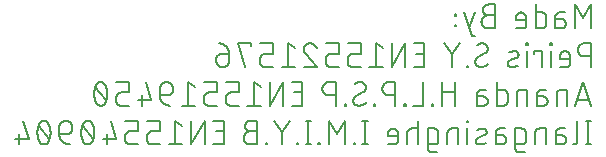
<source format=gbr>
G04 EAGLE Gerber X2 export*
%TF.Part,Single*%
%TF.FileFunction,Legend,Bot,1*%
%TF.FilePolarity,Positive*%
%TF.GenerationSoftware,Autodesk,EAGLE,9.1.0*%
%TF.CreationDate,2018-10-25T18:21:56Z*%
G75*
%MOMM*%
%FSLAX34Y34*%
%LPD*%
%AMOC8*
5,1,8,0,0,1.08239X$1,22.5*%
G01*
%ADD10C,0.177800*%


D10*
X551053Y489585D02*
X551053Y509651D01*
X544364Y498503D01*
X537676Y509651D01*
X537676Y489585D01*
X525830Y497388D02*
X520814Y497388D01*
X525830Y497389D02*
X525954Y497387D01*
X526077Y497381D01*
X526201Y497371D01*
X526324Y497358D01*
X526447Y497340D01*
X526568Y497318D01*
X526690Y497293D01*
X526810Y497264D01*
X526929Y497231D01*
X527048Y497194D01*
X527165Y497154D01*
X527280Y497109D01*
X527394Y497062D01*
X527507Y497010D01*
X527618Y496955D01*
X527727Y496897D01*
X527834Y496835D01*
X527940Y496770D01*
X528043Y496701D01*
X528144Y496629D01*
X528242Y496554D01*
X528338Y496476D01*
X528432Y496395D01*
X528523Y496311D01*
X528611Y496224D01*
X528696Y496135D01*
X528779Y496042D01*
X528859Y495947D01*
X528935Y495850D01*
X529008Y495750D01*
X529079Y495648D01*
X529146Y495544D01*
X529209Y495438D01*
X529269Y495330D01*
X529326Y495220D01*
X529379Y495108D01*
X529429Y494995D01*
X529475Y494880D01*
X529517Y494763D01*
X529556Y494646D01*
X529591Y494527D01*
X529622Y494407D01*
X529649Y494286D01*
X529673Y494165D01*
X529692Y494042D01*
X529708Y493919D01*
X529720Y493796D01*
X529728Y493673D01*
X529732Y493549D01*
X529732Y493425D01*
X529728Y493301D01*
X529720Y493178D01*
X529708Y493055D01*
X529692Y492932D01*
X529673Y492809D01*
X529649Y492688D01*
X529622Y492567D01*
X529591Y492447D01*
X529556Y492328D01*
X529517Y492211D01*
X529475Y492094D01*
X529429Y491979D01*
X529379Y491866D01*
X529326Y491754D01*
X529269Y491644D01*
X529209Y491536D01*
X529146Y491430D01*
X529079Y491326D01*
X529008Y491224D01*
X528935Y491124D01*
X528859Y491027D01*
X528779Y490932D01*
X528696Y490839D01*
X528611Y490750D01*
X528523Y490663D01*
X528432Y490579D01*
X528338Y490498D01*
X528242Y490420D01*
X528144Y490345D01*
X528043Y490273D01*
X527940Y490204D01*
X527834Y490139D01*
X527727Y490077D01*
X527618Y490019D01*
X527507Y489964D01*
X527394Y489912D01*
X527280Y489865D01*
X527165Y489820D01*
X527048Y489780D01*
X526929Y489743D01*
X526810Y489710D01*
X526690Y489681D01*
X526568Y489656D01*
X526447Y489634D01*
X526324Y489616D01*
X526201Y489603D01*
X526077Y489593D01*
X525954Y489587D01*
X525830Y489585D01*
X520814Y489585D01*
X520814Y499618D01*
X520816Y499732D01*
X520822Y499846D01*
X520832Y499960D01*
X520845Y500073D01*
X520863Y500186D01*
X520884Y500298D01*
X520909Y500410D01*
X520938Y500520D01*
X520971Y500630D01*
X521007Y500738D01*
X521047Y500845D01*
X521091Y500950D01*
X521138Y501054D01*
X521189Y501156D01*
X521243Y501257D01*
X521301Y501355D01*
X521362Y501452D01*
X521426Y501546D01*
X521493Y501639D01*
X521564Y501728D01*
X521638Y501816D01*
X521714Y501900D01*
X521793Y501983D01*
X521876Y502062D01*
X521960Y502138D01*
X522048Y502212D01*
X522137Y502283D01*
X522230Y502350D01*
X522324Y502414D01*
X522421Y502475D01*
X522519Y502533D01*
X522620Y502587D01*
X522722Y502638D01*
X522826Y502685D01*
X522931Y502729D01*
X523038Y502769D01*
X523146Y502805D01*
X523256Y502838D01*
X523366Y502867D01*
X523478Y502892D01*
X523590Y502913D01*
X523703Y502931D01*
X523816Y502944D01*
X523930Y502954D01*
X524044Y502960D01*
X524158Y502962D01*
X528617Y502962D01*
X504129Y509651D02*
X504129Y489585D01*
X509703Y489585D01*
X509817Y489587D01*
X509931Y489593D01*
X510045Y489603D01*
X510158Y489616D01*
X510271Y489634D01*
X510383Y489655D01*
X510495Y489680D01*
X510605Y489709D01*
X510715Y489742D01*
X510823Y489778D01*
X510930Y489818D01*
X511035Y489862D01*
X511139Y489909D01*
X511241Y489960D01*
X511342Y490014D01*
X511440Y490072D01*
X511537Y490133D01*
X511631Y490197D01*
X511724Y490264D01*
X511813Y490335D01*
X511901Y490409D01*
X511985Y490485D01*
X512068Y490564D01*
X512147Y490647D01*
X512223Y490731D01*
X512297Y490819D01*
X512368Y490908D01*
X512435Y491001D01*
X512499Y491095D01*
X512560Y491192D01*
X512618Y491290D01*
X512672Y491391D01*
X512723Y491493D01*
X512770Y491597D01*
X512814Y491702D01*
X512854Y491809D01*
X512890Y491917D01*
X512923Y492027D01*
X512952Y492137D01*
X512977Y492249D01*
X512998Y492361D01*
X513016Y492474D01*
X513029Y492587D01*
X513039Y492701D01*
X513045Y492815D01*
X513047Y492929D01*
X513048Y492929D02*
X513048Y499618D01*
X513047Y499618D02*
X513045Y499732D01*
X513039Y499846D01*
X513029Y499960D01*
X513016Y500073D01*
X512998Y500186D01*
X512977Y500298D01*
X512952Y500410D01*
X512923Y500520D01*
X512890Y500630D01*
X512854Y500738D01*
X512814Y500845D01*
X512770Y500950D01*
X512723Y501054D01*
X512672Y501156D01*
X512618Y501257D01*
X512560Y501355D01*
X512499Y501452D01*
X512435Y501546D01*
X512368Y501639D01*
X512297Y501728D01*
X512223Y501816D01*
X512147Y501900D01*
X512068Y501983D01*
X511985Y502062D01*
X511901Y502138D01*
X511813Y502212D01*
X511724Y502283D01*
X511631Y502350D01*
X511537Y502414D01*
X511440Y502475D01*
X511342Y502533D01*
X511241Y502587D01*
X511139Y502638D01*
X511035Y502685D01*
X510930Y502729D01*
X510823Y502769D01*
X510715Y502805D01*
X510605Y502838D01*
X510495Y502867D01*
X510383Y502892D01*
X510271Y502913D01*
X510158Y502931D01*
X510045Y502944D01*
X509931Y502954D01*
X509817Y502960D01*
X509703Y502962D01*
X504129Y502962D01*
X492954Y489585D02*
X487380Y489585D01*
X492954Y489585D02*
X493068Y489587D01*
X493182Y489593D01*
X493296Y489603D01*
X493409Y489616D01*
X493522Y489634D01*
X493634Y489655D01*
X493746Y489680D01*
X493856Y489709D01*
X493966Y489742D01*
X494074Y489778D01*
X494181Y489818D01*
X494286Y489862D01*
X494390Y489909D01*
X494492Y489960D01*
X494593Y490014D01*
X494691Y490072D01*
X494788Y490133D01*
X494882Y490197D01*
X494975Y490264D01*
X495064Y490335D01*
X495152Y490409D01*
X495236Y490485D01*
X495319Y490564D01*
X495398Y490647D01*
X495474Y490731D01*
X495548Y490819D01*
X495619Y490908D01*
X495686Y491001D01*
X495750Y491095D01*
X495811Y491192D01*
X495869Y491290D01*
X495923Y491391D01*
X495974Y491493D01*
X496021Y491597D01*
X496065Y491702D01*
X496105Y491809D01*
X496141Y491917D01*
X496174Y492027D01*
X496203Y492137D01*
X496228Y492249D01*
X496249Y492361D01*
X496267Y492474D01*
X496280Y492587D01*
X496290Y492701D01*
X496296Y492815D01*
X496298Y492929D01*
X496298Y498503D01*
X496296Y498635D01*
X496290Y498767D01*
X496280Y498899D01*
X496267Y499030D01*
X496249Y499161D01*
X496228Y499292D01*
X496202Y499421D01*
X496173Y499550D01*
X496140Y499678D01*
X496104Y499805D01*
X496063Y499931D01*
X496019Y500056D01*
X495971Y500179D01*
X495920Y500301D01*
X495865Y500421D01*
X495806Y500539D01*
X495744Y500656D01*
X495678Y500771D01*
X495610Y500883D01*
X495537Y500994D01*
X495462Y501103D01*
X495383Y501209D01*
X495302Y501313D01*
X495217Y501414D01*
X495129Y501513D01*
X495038Y501609D01*
X494945Y501702D01*
X494849Y501793D01*
X494750Y501881D01*
X494649Y501966D01*
X494545Y502047D01*
X494439Y502126D01*
X494330Y502201D01*
X494219Y502274D01*
X494107Y502342D01*
X493992Y502408D01*
X493875Y502470D01*
X493757Y502529D01*
X493637Y502584D01*
X493515Y502635D01*
X493392Y502683D01*
X493267Y502727D01*
X493141Y502768D01*
X493014Y502804D01*
X492886Y502837D01*
X492757Y502866D01*
X492628Y502892D01*
X492497Y502913D01*
X492366Y502931D01*
X492235Y502944D01*
X492103Y502954D01*
X491971Y502960D01*
X491839Y502962D01*
X491707Y502960D01*
X491575Y502954D01*
X491443Y502944D01*
X491312Y502931D01*
X491181Y502913D01*
X491050Y502892D01*
X490921Y502866D01*
X490792Y502837D01*
X490664Y502804D01*
X490537Y502768D01*
X490411Y502727D01*
X490286Y502683D01*
X490163Y502635D01*
X490041Y502584D01*
X489921Y502529D01*
X489803Y502470D01*
X489686Y502408D01*
X489571Y502342D01*
X489459Y502274D01*
X489348Y502201D01*
X489239Y502126D01*
X489133Y502047D01*
X489029Y501966D01*
X488928Y501881D01*
X488829Y501793D01*
X488733Y501702D01*
X488640Y501609D01*
X488549Y501513D01*
X488461Y501414D01*
X488376Y501313D01*
X488295Y501209D01*
X488216Y501103D01*
X488141Y500994D01*
X488068Y500883D01*
X488000Y500771D01*
X487934Y500656D01*
X487872Y500539D01*
X487813Y500421D01*
X487758Y500301D01*
X487707Y500179D01*
X487659Y500056D01*
X487615Y499931D01*
X487574Y499805D01*
X487538Y499678D01*
X487505Y499550D01*
X487476Y499421D01*
X487450Y499292D01*
X487429Y499161D01*
X487411Y499030D01*
X487398Y498899D01*
X487388Y498767D01*
X487382Y498635D01*
X487380Y498503D01*
X487380Y496274D01*
X496298Y496274D01*
X469418Y500733D02*
X463844Y500733D01*
X463696Y500731D01*
X463547Y500725D01*
X463399Y500715D01*
X463252Y500701D01*
X463104Y500684D01*
X462957Y500662D01*
X462811Y500636D01*
X462666Y500607D01*
X462521Y500574D01*
X462377Y500537D01*
X462235Y500496D01*
X462093Y500451D01*
X461953Y500402D01*
X461814Y500350D01*
X461677Y500294D01*
X461541Y500235D01*
X461406Y500172D01*
X461274Y500105D01*
X461143Y500035D01*
X461014Y499961D01*
X460887Y499884D01*
X460763Y499804D01*
X460640Y499720D01*
X460520Y499633D01*
X460402Y499543D01*
X460286Y499450D01*
X460173Y499354D01*
X460063Y499255D01*
X459955Y499153D01*
X459850Y499048D01*
X459748Y498940D01*
X459649Y498830D01*
X459553Y498717D01*
X459460Y498601D01*
X459370Y498483D01*
X459283Y498363D01*
X459199Y498240D01*
X459119Y498116D01*
X459042Y497989D01*
X458968Y497860D01*
X458898Y497729D01*
X458831Y497597D01*
X458768Y497462D01*
X458709Y497326D01*
X458653Y497189D01*
X458601Y497050D01*
X458552Y496910D01*
X458507Y496768D01*
X458466Y496626D01*
X458429Y496482D01*
X458396Y496337D01*
X458367Y496192D01*
X458341Y496046D01*
X458319Y495899D01*
X458302Y495751D01*
X458288Y495604D01*
X458278Y495456D01*
X458272Y495307D01*
X458270Y495159D01*
X458272Y495011D01*
X458278Y494862D01*
X458288Y494714D01*
X458302Y494567D01*
X458319Y494419D01*
X458341Y494272D01*
X458367Y494126D01*
X458396Y493981D01*
X458429Y493836D01*
X458466Y493692D01*
X458507Y493550D01*
X458552Y493408D01*
X458601Y493268D01*
X458653Y493129D01*
X458709Y492992D01*
X458768Y492856D01*
X458831Y492721D01*
X458898Y492589D01*
X458968Y492458D01*
X459042Y492329D01*
X459119Y492202D01*
X459199Y492078D01*
X459283Y491955D01*
X459370Y491835D01*
X459460Y491717D01*
X459553Y491601D01*
X459649Y491488D01*
X459748Y491378D01*
X459850Y491270D01*
X459955Y491165D01*
X460063Y491063D01*
X460173Y490964D01*
X460286Y490868D01*
X460402Y490775D01*
X460520Y490685D01*
X460640Y490598D01*
X460763Y490514D01*
X460887Y490434D01*
X461014Y490357D01*
X461143Y490283D01*
X461274Y490213D01*
X461406Y490146D01*
X461541Y490083D01*
X461677Y490024D01*
X461814Y489968D01*
X461953Y489916D01*
X462093Y489867D01*
X462235Y489822D01*
X462377Y489781D01*
X462521Y489744D01*
X462666Y489711D01*
X462811Y489682D01*
X462957Y489656D01*
X463104Y489634D01*
X463252Y489617D01*
X463399Y489603D01*
X463547Y489593D01*
X463696Y489587D01*
X463844Y489585D01*
X469418Y489585D01*
X469418Y509651D01*
X463844Y509651D01*
X463712Y509649D01*
X463580Y509643D01*
X463448Y509633D01*
X463317Y509620D01*
X463186Y509602D01*
X463055Y509581D01*
X462926Y509555D01*
X462797Y509526D01*
X462669Y509493D01*
X462542Y509457D01*
X462416Y509416D01*
X462291Y509372D01*
X462168Y509324D01*
X462046Y509273D01*
X461926Y509218D01*
X461808Y509159D01*
X461691Y509097D01*
X461576Y509031D01*
X461464Y508963D01*
X461353Y508890D01*
X461244Y508815D01*
X461138Y508736D01*
X461034Y508655D01*
X460933Y508570D01*
X460834Y508482D01*
X460738Y508391D01*
X460645Y508298D01*
X460554Y508202D01*
X460466Y508103D01*
X460381Y508002D01*
X460300Y507898D01*
X460221Y507792D01*
X460146Y507683D01*
X460073Y507572D01*
X460005Y507460D01*
X459939Y507345D01*
X459877Y507228D01*
X459818Y507110D01*
X459763Y506990D01*
X459712Y506868D01*
X459664Y506745D01*
X459620Y506620D01*
X459579Y506494D01*
X459543Y506367D01*
X459510Y506239D01*
X459481Y506110D01*
X459455Y505981D01*
X459434Y505850D01*
X459416Y505719D01*
X459403Y505588D01*
X459393Y505456D01*
X459387Y505324D01*
X459385Y505192D01*
X459387Y505060D01*
X459393Y504928D01*
X459403Y504796D01*
X459416Y504665D01*
X459434Y504534D01*
X459455Y504403D01*
X459481Y504274D01*
X459510Y504145D01*
X459543Y504017D01*
X459579Y503890D01*
X459620Y503764D01*
X459664Y503639D01*
X459712Y503516D01*
X459763Y503394D01*
X459818Y503274D01*
X459877Y503156D01*
X459939Y503039D01*
X460005Y502924D01*
X460073Y502812D01*
X460146Y502701D01*
X460221Y502592D01*
X460300Y502486D01*
X460381Y502382D01*
X460466Y502281D01*
X460554Y502182D01*
X460645Y502086D01*
X460738Y501993D01*
X460834Y501902D01*
X460933Y501814D01*
X461034Y501729D01*
X461138Y501648D01*
X461244Y501569D01*
X461353Y501494D01*
X461464Y501421D01*
X461576Y501353D01*
X461691Y501287D01*
X461808Y501225D01*
X461926Y501166D01*
X462046Y501111D01*
X462168Y501060D01*
X462291Y501012D01*
X462416Y500968D01*
X462542Y500927D01*
X462669Y500891D01*
X462797Y500858D01*
X462926Y500829D01*
X463055Y500803D01*
X463186Y500782D01*
X463317Y500764D01*
X463448Y500751D01*
X463580Y500741D01*
X463712Y500735D01*
X463844Y500733D01*
X452424Y482896D02*
X450195Y482896D01*
X443506Y502962D01*
X452424Y502962D02*
X447965Y489585D01*
X436782Y491257D02*
X436782Y492372D01*
X435667Y492372D01*
X435667Y491257D01*
X436782Y491257D01*
X436782Y500175D02*
X436782Y501290D01*
X435667Y501290D01*
X435667Y500175D01*
X436782Y500175D01*
X551053Y476885D02*
X551053Y456819D01*
X551053Y476885D02*
X545479Y476885D01*
X545331Y476883D01*
X545182Y476877D01*
X545034Y476867D01*
X544887Y476853D01*
X544739Y476836D01*
X544592Y476814D01*
X544446Y476788D01*
X544301Y476759D01*
X544156Y476726D01*
X544012Y476689D01*
X543870Y476648D01*
X543728Y476603D01*
X543588Y476554D01*
X543449Y476502D01*
X543312Y476446D01*
X543176Y476387D01*
X543041Y476324D01*
X542909Y476257D01*
X542778Y476187D01*
X542649Y476113D01*
X542522Y476036D01*
X542398Y475956D01*
X542275Y475872D01*
X542155Y475785D01*
X542037Y475695D01*
X541921Y475602D01*
X541808Y475506D01*
X541698Y475407D01*
X541590Y475305D01*
X541485Y475200D01*
X541383Y475092D01*
X541284Y474982D01*
X541188Y474869D01*
X541095Y474753D01*
X541005Y474635D01*
X540918Y474515D01*
X540834Y474392D01*
X540754Y474268D01*
X540677Y474141D01*
X540603Y474012D01*
X540533Y473881D01*
X540466Y473749D01*
X540403Y473614D01*
X540344Y473478D01*
X540288Y473341D01*
X540236Y473202D01*
X540187Y473062D01*
X540142Y472920D01*
X540101Y472778D01*
X540064Y472634D01*
X540031Y472489D01*
X540002Y472344D01*
X539976Y472198D01*
X539954Y472051D01*
X539937Y471903D01*
X539923Y471756D01*
X539913Y471608D01*
X539907Y471459D01*
X539905Y471311D01*
X539907Y471163D01*
X539913Y471014D01*
X539923Y470866D01*
X539937Y470719D01*
X539954Y470571D01*
X539976Y470424D01*
X540002Y470278D01*
X540031Y470133D01*
X540064Y469988D01*
X540101Y469844D01*
X540142Y469702D01*
X540187Y469560D01*
X540236Y469420D01*
X540288Y469281D01*
X540344Y469144D01*
X540403Y469008D01*
X540466Y468873D01*
X540533Y468741D01*
X540603Y468610D01*
X540677Y468481D01*
X540754Y468354D01*
X540834Y468230D01*
X540918Y468107D01*
X541005Y467987D01*
X541095Y467869D01*
X541188Y467753D01*
X541284Y467640D01*
X541383Y467530D01*
X541485Y467422D01*
X541590Y467317D01*
X541698Y467215D01*
X541808Y467116D01*
X541921Y467020D01*
X542037Y466927D01*
X542155Y466837D01*
X542275Y466750D01*
X542398Y466666D01*
X542522Y466586D01*
X542649Y466509D01*
X542778Y466435D01*
X542909Y466365D01*
X543041Y466298D01*
X543176Y466235D01*
X543312Y466176D01*
X543449Y466120D01*
X543588Y466068D01*
X543728Y466019D01*
X543870Y465974D01*
X544012Y465933D01*
X544156Y465896D01*
X544301Y465863D01*
X544446Y465834D01*
X544592Y465808D01*
X544739Y465786D01*
X544887Y465769D01*
X545034Y465755D01*
X545182Y465745D01*
X545331Y465739D01*
X545479Y465737D01*
X551053Y465737D01*
X530097Y456819D02*
X524523Y456819D01*
X530097Y456819D02*
X530211Y456821D01*
X530325Y456827D01*
X530439Y456837D01*
X530552Y456850D01*
X530665Y456868D01*
X530777Y456889D01*
X530889Y456914D01*
X530999Y456943D01*
X531109Y456976D01*
X531217Y457012D01*
X531324Y457052D01*
X531429Y457096D01*
X531533Y457143D01*
X531635Y457194D01*
X531736Y457248D01*
X531834Y457306D01*
X531931Y457367D01*
X532025Y457431D01*
X532118Y457498D01*
X532207Y457569D01*
X532295Y457643D01*
X532379Y457719D01*
X532462Y457798D01*
X532541Y457881D01*
X532617Y457965D01*
X532691Y458053D01*
X532762Y458142D01*
X532829Y458235D01*
X532893Y458329D01*
X532954Y458426D01*
X533012Y458524D01*
X533066Y458625D01*
X533117Y458727D01*
X533164Y458831D01*
X533208Y458936D01*
X533248Y459043D01*
X533284Y459151D01*
X533317Y459261D01*
X533346Y459371D01*
X533371Y459483D01*
X533392Y459595D01*
X533410Y459708D01*
X533423Y459821D01*
X533433Y459935D01*
X533439Y460049D01*
X533441Y460163D01*
X533441Y465737D01*
X533439Y465869D01*
X533433Y466001D01*
X533423Y466133D01*
X533410Y466264D01*
X533392Y466395D01*
X533371Y466526D01*
X533345Y466655D01*
X533316Y466784D01*
X533283Y466912D01*
X533247Y467039D01*
X533206Y467165D01*
X533162Y467290D01*
X533114Y467413D01*
X533063Y467535D01*
X533008Y467655D01*
X532949Y467773D01*
X532887Y467890D01*
X532821Y468005D01*
X532753Y468117D01*
X532680Y468228D01*
X532605Y468337D01*
X532526Y468443D01*
X532445Y468547D01*
X532360Y468648D01*
X532272Y468747D01*
X532181Y468843D01*
X532088Y468936D01*
X531992Y469027D01*
X531893Y469115D01*
X531792Y469200D01*
X531688Y469281D01*
X531582Y469360D01*
X531473Y469435D01*
X531362Y469508D01*
X531250Y469576D01*
X531135Y469642D01*
X531018Y469704D01*
X530900Y469763D01*
X530780Y469818D01*
X530658Y469869D01*
X530535Y469917D01*
X530410Y469961D01*
X530284Y470002D01*
X530157Y470038D01*
X530029Y470071D01*
X529900Y470100D01*
X529771Y470126D01*
X529640Y470147D01*
X529509Y470165D01*
X529378Y470178D01*
X529246Y470188D01*
X529114Y470194D01*
X528982Y470196D01*
X528850Y470194D01*
X528718Y470188D01*
X528586Y470178D01*
X528455Y470165D01*
X528324Y470147D01*
X528193Y470126D01*
X528064Y470100D01*
X527935Y470071D01*
X527807Y470038D01*
X527680Y470002D01*
X527554Y469961D01*
X527429Y469917D01*
X527306Y469869D01*
X527184Y469818D01*
X527064Y469763D01*
X526946Y469704D01*
X526829Y469642D01*
X526714Y469576D01*
X526602Y469508D01*
X526491Y469435D01*
X526382Y469360D01*
X526276Y469281D01*
X526172Y469200D01*
X526071Y469115D01*
X525972Y469027D01*
X525876Y468936D01*
X525783Y468843D01*
X525692Y468747D01*
X525604Y468648D01*
X525519Y468547D01*
X525438Y468443D01*
X525359Y468337D01*
X525284Y468228D01*
X525211Y468117D01*
X525143Y468005D01*
X525077Y467890D01*
X525015Y467773D01*
X524956Y467655D01*
X524901Y467535D01*
X524850Y467413D01*
X524802Y467290D01*
X524758Y467165D01*
X524717Y467039D01*
X524681Y466912D01*
X524648Y466784D01*
X524619Y466655D01*
X524593Y466526D01*
X524572Y466395D01*
X524554Y466264D01*
X524541Y466133D01*
X524531Y466001D01*
X524525Y465869D01*
X524523Y465737D01*
X524523Y463508D01*
X533441Y463508D01*
X517241Y456819D02*
X517241Y470196D01*
X517798Y475770D02*
X517798Y476885D01*
X516684Y476885D01*
X516684Y475770D01*
X517798Y475770D01*
X509263Y470196D02*
X509263Y456819D01*
X509263Y470196D02*
X502574Y470196D01*
X502574Y467967D01*
X496849Y470196D02*
X496849Y456819D01*
X497406Y475770D02*
X497406Y476885D01*
X496292Y476885D01*
X496292Y475770D01*
X497406Y475770D01*
X487895Y464622D02*
X482321Y462393D01*
X487894Y464623D02*
X487993Y464664D01*
X488090Y464709D01*
X488185Y464758D01*
X488278Y464810D01*
X488370Y464866D01*
X488459Y464925D01*
X488546Y464987D01*
X488630Y465053D01*
X488713Y465121D01*
X488792Y465193D01*
X488869Y465267D01*
X488943Y465344D01*
X489014Y465424D01*
X489082Y465506D01*
X489147Y465591D01*
X489209Y465678D01*
X489268Y465768D01*
X489323Y465859D01*
X489375Y465953D01*
X489423Y466048D01*
X489468Y466146D01*
X489509Y466244D01*
X489546Y466344D01*
X489580Y466446D01*
X489610Y466549D01*
X489636Y466652D01*
X489658Y466757D01*
X489677Y466862D01*
X489691Y466968D01*
X489702Y467075D01*
X489708Y467181D01*
X489711Y467288D01*
X489710Y467395D01*
X489704Y467502D01*
X489695Y467609D01*
X489682Y467715D01*
X489665Y467820D01*
X489644Y467925D01*
X489619Y468029D01*
X489590Y468132D01*
X489558Y468234D01*
X489522Y468335D01*
X489482Y468434D01*
X489438Y468532D01*
X489391Y468628D01*
X489340Y468722D01*
X489286Y468814D01*
X489229Y468904D01*
X489168Y468992D01*
X489104Y469078D01*
X489037Y469161D01*
X488967Y469242D01*
X488894Y469320D01*
X488818Y469395D01*
X488739Y469468D01*
X488658Y469537D01*
X488574Y469604D01*
X488488Y469667D01*
X488399Y469727D01*
X488309Y469784D01*
X488216Y469837D01*
X488122Y469887D01*
X488025Y469933D01*
X487927Y469976D01*
X487828Y470015D01*
X487727Y470050D01*
X487625Y470082D01*
X487521Y470110D01*
X487417Y470134D01*
X487312Y470154D01*
X487206Y470170D01*
X487100Y470182D01*
X486994Y470191D01*
X486887Y470195D01*
X486780Y470196D01*
X486476Y470188D01*
X486172Y470172D01*
X485868Y470150D01*
X485565Y470120D01*
X485263Y470083D01*
X484962Y470038D01*
X484662Y469987D01*
X484364Y469928D01*
X484066Y469862D01*
X483771Y469788D01*
X483477Y469708D01*
X483186Y469621D01*
X482896Y469527D01*
X482609Y469426D01*
X482325Y469317D01*
X482043Y469203D01*
X481764Y469081D01*
X482322Y462392D02*
X482223Y462351D01*
X482126Y462306D01*
X482031Y462257D01*
X481938Y462205D01*
X481846Y462149D01*
X481757Y462090D01*
X481670Y462028D01*
X481586Y461962D01*
X481503Y461894D01*
X481424Y461822D01*
X481347Y461748D01*
X481273Y461671D01*
X481202Y461591D01*
X481134Y461509D01*
X481069Y461424D01*
X481007Y461337D01*
X480948Y461247D01*
X480893Y461156D01*
X480841Y461062D01*
X480793Y460967D01*
X480748Y460869D01*
X480707Y460771D01*
X480670Y460671D01*
X480636Y460569D01*
X480606Y460466D01*
X480580Y460363D01*
X480558Y460258D01*
X480539Y460153D01*
X480525Y460047D01*
X480514Y459940D01*
X480508Y459834D01*
X480505Y459727D01*
X480506Y459620D01*
X480512Y459513D01*
X480521Y459406D01*
X480534Y459300D01*
X480551Y459195D01*
X480572Y459090D01*
X480597Y458986D01*
X480626Y458883D01*
X480658Y458781D01*
X480694Y458680D01*
X480734Y458581D01*
X480778Y458483D01*
X480825Y458387D01*
X480876Y458293D01*
X480930Y458201D01*
X480987Y458111D01*
X481048Y458023D01*
X481112Y457937D01*
X481179Y457854D01*
X481249Y457773D01*
X481322Y457695D01*
X481398Y457620D01*
X481477Y457547D01*
X481558Y457478D01*
X481642Y457411D01*
X481728Y457348D01*
X481817Y457288D01*
X481907Y457231D01*
X482000Y457178D01*
X482094Y457128D01*
X482191Y457082D01*
X482289Y457039D01*
X482388Y457000D01*
X482489Y456965D01*
X482591Y456933D01*
X482695Y456905D01*
X482799Y456881D01*
X482904Y456861D01*
X483010Y456845D01*
X483116Y456833D01*
X483222Y456824D01*
X483329Y456820D01*
X483436Y456819D01*
X483883Y456831D01*
X484330Y456853D01*
X484776Y456886D01*
X485221Y456929D01*
X485665Y456983D01*
X486107Y457047D01*
X486548Y457122D01*
X486987Y457207D01*
X487424Y457303D01*
X487858Y457409D01*
X488290Y457525D01*
X488719Y457651D01*
X489145Y457787D01*
X489567Y457934D01*
X457422Y456819D02*
X457290Y456821D01*
X457158Y456827D01*
X457026Y456837D01*
X456895Y456850D01*
X456764Y456868D01*
X456633Y456889D01*
X456504Y456915D01*
X456375Y456944D01*
X456247Y456977D01*
X456120Y457013D01*
X455994Y457054D01*
X455869Y457098D01*
X455746Y457146D01*
X455624Y457197D01*
X455504Y457252D01*
X455386Y457311D01*
X455269Y457373D01*
X455154Y457439D01*
X455042Y457507D01*
X454931Y457580D01*
X454822Y457655D01*
X454716Y457734D01*
X454612Y457815D01*
X454511Y457900D01*
X454412Y457988D01*
X454316Y458079D01*
X454223Y458172D01*
X454132Y458268D01*
X454044Y458367D01*
X453959Y458468D01*
X453878Y458572D01*
X453799Y458678D01*
X453724Y458787D01*
X453651Y458898D01*
X453583Y459010D01*
X453517Y459125D01*
X453455Y459242D01*
X453396Y459360D01*
X453341Y459480D01*
X453290Y459602D01*
X453242Y459725D01*
X453198Y459850D01*
X453157Y459976D01*
X453121Y460103D01*
X453088Y460231D01*
X453059Y460360D01*
X453033Y460489D01*
X453012Y460620D01*
X452994Y460751D01*
X452981Y460882D01*
X452971Y461014D01*
X452965Y461146D01*
X452963Y461278D01*
X457422Y456819D02*
X457647Y456822D01*
X457873Y456830D01*
X458098Y456843D01*
X458322Y456862D01*
X458546Y456886D01*
X458770Y456916D01*
X458992Y456951D01*
X459214Y456991D01*
X459435Y457037D01*
X459654Y457087D01*
X459873Y457143D01*
X460090Y457205D01*
X460305Y457271D01*
X460519Y457343D01*
X460731Y457419D01*
X460941Y457501D01*
X461149Y457588D01*
X461355Y457679D01*
X461558Y457776D01*
X461760Y457877D01*
X461959Y457983D01*
X462155Y458094D01*
X462348Y458210D01*
X462539Y458330D01*
X462727Y458455D01*
X462911Y458584D01*
X463093Y458717D01*
X463271Y458855D01*
X463446Y458997D01*
X463618Y459143D01*
X463786Y459294D01*
X463950Y459448D01*
X464111Y459606D01*
X463553Y472426D02*
X463551Y472558D01*
X463545Y472690D01*
X463535Y472822D01*
X463522Y472953D01*
X463504Y473084D01*
X463483Y473215D01*
X463457Y473344D01*
X463428Y473473D01*
X463395Y473601D01*
X463359Y473728D01*
X463318Y473854D01*
X463274Y473979D01*
X463226Y474102D01*
X463175Y474224D01*
X463120Y474344D01*
X463061Y474462D01*
X462999Y474579D01*
X462933Y474694D01*
X462865Y474806D01*
X462792Y474917D01*
X462717Y475026D01*
X462638Y475132D01*
X462557Y475236D01*
X462472Y475337D01*
X462384Y475436D01*
X462293Y475532D01*
X462200Y475625D01*
X462104Y475716D01*
X462005Y475804D01*
X461904Y475889D01*
X461800Y475970D01*
X461694Y476049D01*
X461585Y476124D01*
X461474Y476197D01*
X461362Y476265D01*
X461247Y476331D01*
X461130Y476393D01*
X461012Y476452D01*
X460892Y476507D01*
X460770Y476558D01*
X460647Y476606D01*
X460522Y476650D01*
X460396Y476691D01*
X460269Y476727D01*
X460141Y476760D01*
X460012Y476789D01*
X459883Y476815D01*
X459752Y476836D01*
X459621Y476854D01*
X459490Y476867D01*
X459358Y476877D01*
X459226Y476883D01*
X459094Y476885D01*
X458895Y476883D01*
X458696Y476876D01*
X458497Y476864D01*
X458298Y476847D01*
X458100Y476826D01*
X457902Y476800D01*
X457706Y476769D01*
X457509Y476733D01*
X457314Y476693D01*
X457120Y476649D01*
X456927Y476599D01*
X456735Y476545D01*
X456545Y476487D01*
X456356Y476424D01*
X456168Y476356D01*
X455982Y476284D01*
X455798Y476208D01*
X455616Y476127D01*
X455436Y476042D01*
X455258Y475953D01*
X455082Y475859D01*
X454908Y475762D01*
X454737Y475660D01*
X454568Y475554D01*
X454402Y475444D01*
X454238Y475330D01*
X454077Y475213D01*
X461323Y468524D02*
X461435Y468592D01*
X461544Y468663D01*
X461652Y468737D01*
X461757Y468815D01*
X461860Y468895D01*
X461961Y468978D01*
X462059Y469064D01*
X462155Y469153D01*
X462248Y469245D01*
X462338Y469339D01*
X462426Y469436D01*
X462511Y469535D01*
X462593Y469637D01*
X462671Y469741D01*
X462747Y469848D01*
X462820Y469956D01*
X462890Y470067D01*
X462956Y470179D01*
X463019Y470293D01*
X463079Y470409D01*
X463136Y470527D01*
X463189Y470647D01*
X463238Y470767D01*
X463284Y470890D01*
X463327Y471013D01*
X463366Y471138D01*
X463401Y471264D01*
X463433Y471390D01*
X463461Y471518D01*
X463485Y471646D01*
X463506Y471775D01*
X463523Y471905D01*
X463536Y472035D01*
X463545Y472165D01*
X463551Y472295D01*
X463553Y472426D01*
X455192Y465180D02*
X455080Y465112D01*
X454971Y465041D01*
X454863Y464967D01*
X454758Y464889D01*
X454655Y464809D01*
X454554Y464726D01*
X454456Y464640D01*
X454360Y464551D01*
X454267Y464459D01*
X454177Y464365D01*
X454089Y464268D01*
X454004Y464169D01*
X453922Y464067D01*
X453844Y463963D01*
X453768Y463856D01*
X453695Y463748D01*
X453625Y463637D01*
X453559Y463525D01*
X453496Y463411D01*
X453436Y463295D01*
X453379Y463177D01*
X453326Y463057D01*
X453277Y462937D01*
X453231Y462814D01*
X453188Y462691D01*
X453149Y462566D01*
X453114Y462440D01*
X453082Y462314D01*
X453054Y462186D01*
X453030Y462058D01*
X453009Y461929D01*
X452992Y461799D01*
X452979Y461669D01*
X452970Y461539D01*
X452964Y461409D01*
X452962Y461278D01*
X455192Y465180D02*
X461323Y468524D01*
X446735Y457934D02*
X446735Y456819D01*
X446735Y457934D02*
X445620Y457934D01*
X445620Y456819D01*
X446735Y456819D01*
X433201Y467409D02*
X439889Y476885D01*
X433201Y467409D02*
X426512Y476885D01*
X433201Y467409D02*
X433201Y456819D01*
X409702Y456819D02*
X400784Y456819D01*
X409702Y456819D02*
X409702Y476885D01*
X400784Y476885D01*
X403014Y467967D02*
X409702Y467967D01*
X393665Y476885D02*
X393665Y456819D01*
X382517Y456819D02*
X393665Y476885D01*
X382517Y476885D02*
X382517Y456819D01*
X374508Y472426D02*
X368935Y476885D01*
X368935Y456819D01*
X374508Y456819D02*
X363361Y456819D01*
X355970Y456819D02*
X349281Y456819D01*
X349149Y456821D01*
X349017Y456827D01*
X348885Y456837D01*
X348754Y456850D01*
X348623Y456868D01*
X348492Y456889D01*
X348363Y456915D01*
X348234Y456944D01*
X348106Y456977D01*
X347979Y457013D01*
X347853Y457054D01*
X347728Y457098D01*
X347605Y457146D01*
X347483Y457197D01*
X347363Y457252D01*
X347245Y457311D01*
X347128Y457373D01*
X347013Y457439D01*
X346901Y457507D01*
X346790Y457580D01*
X346681Y457655D01*
X346575Y457734D01*
X346471Y457815D01*
X346370Y457900D01*
X346271Y457988D01*
X346175Y458079D01*
X346082Y458172D01*
X345991Y458268D01*
X345903Y458367D01*
X345818Y458468D01*
X345737Y458572D01*
X345658Y458678D01*
X345583Y458787D01*
X345510Y458898D01*
X345442Y459010D01*
X345376Y459125D01*
X345314Y459242D01*
X345255Y459360D01*
X345200Y459480D01*
X345149Y459602D01*
X345101Y459725D01*
X345057Y459850D01*
X345016Y459976D01*
X344980Y460103D01*
X344947Y460231D01*
X344918Y460360D01*
X344892Y460489D01*
X344871Y460620D01*
X344853Y460751D01*
X344840Y460882D01*
X344830Y461014D01*
X344824Y461146D01*
X344822Y461278D01*
X344822Y463508D01*
X344824Y463640D01*
X344830Y463772D01*
X344840Y463904D01*
X344853Y464035D01*
X344871Y464166D01*
X344892Y464297D01*
X344918Y464426D01*
X344947Y464555D01*
X344980Y464683D01*
X345016Y464810D01*
X345057Y464936D01*
X345101Y465061D01*
X345149Y465184D01*
X345200Y465306D01*
X345255Y465426D01*
X345314Y465544D01*
X345376Y465661D01*
X345442Y465776D01*
X345510Y465888D01*
X345583Y465999D01*
X345658Y466108D01*
X345737Y466214D01*
X345818Y466318D01*
X345903Y466419D01*
X345991Y466518D01*
X346082Y466614D01*
X346175Y466707D01*
X346271Y466798D01*
X346370Y466886D01*
X346471Y466971D01*
X346575Y467052D01*
X346682Y467131D01*
X346790Y467206D01*
X346901Y467279D01*
X347013Y467347D01*
X347128Y467413D01*
X347245Y467475D01*
X347363Y467534D01*
X347483Y467589D01*
X347605Y467640D01*
X347728Y467688D01*
X347853Y467732D01*
X347979Y467773D01*
X348106Y467809D01*
X348234Y467842D01*
X348363Y467871D01*
X348492Y467897D01*
X348623Y467918D01*
X348754Y467936D01*
X348885Y467949D01*
X349017Y467959D01*
X349149Y467965D01*
X349281Y467967D01*
X355970Y467967D01*
X355970Y476885D01*
X344822Y476885D01*
X337432Y456819D02*
X330743Y456819D01*
X330611Y456821D01*
X330479Y456827D01*
X330347Y456837D01*
X330216Y456850D01*
X330085Y456868D01*
X329954Y456889D01*
X329825Y456915D01*
X329696Y456944D01*
X329568Y456977D01*
X329441Y457013D01*
X329315Y457054D01*
X329190Y457098D01*
X329067Y457146D01*
X328945Y457197D01*
X328825Y457252D01*
X328707Y457311D01*
X328590Y457373D01*
X328475Y457439D01*
X328363Y457507D01*
X328252Y457580D01*
X328143Y457655D01*
X328037Y457734D01*
X327933Y457815D01*
X327832Y457900D01*
X327733Y457988D01*
X327637Y458079D01*
X327544Y458172D01*
X327453Y458268D01*
X327365Y458367D01*
X327280Y458468D01*
X327199Y458572D01*
X327120Y458678D01*
X327045Y458787D01*
X326972Y458898D01*
X326904Y459010D01*
X326838Y459125D01*
X326776Y459242D01*
X326717Y459360D01*
X326662Y459480D01*
X326611Y459602D01*
X326563Y459725D01*
X326519Y459850D01*
X326478Y459976D01*
X326442Y460103D01*
X326409Y460231D01*
X326380Y460360D01*
X326354Y460489D01*
X326333Y460620D01*
X326315Y460751D01*
X326302Y460882D01*
X326292Y461014D01*
X326286Y461146D01*
X326284Y461278D01*
X326284Y463508D01*
X326286Y463640D01*
X326292Y463772D01*
X326302Y463904D01*
X326315Y464035D01*
X326333Y464166D01*
X326354Y464297D01*
X326380Y464426D01*
X326409Y464555D01*
X326442Y464683D01*
X326478Y464810D01*
X326519Y464936D01*
X326563Y465061D01*
X326611Y465184D01*
X326662Y465306D01*
X326717Y465426D01*
X326776Y465544D01*
X326838Y465661D01*
X326904Y465776D01*
X326972Y465888D01*
X327045Y465999D01*
X327120Y466108D01*
X327199Y466214D01*
X327280Y466318D01*
X327365Y466419D01*
X327453Y466518D01*
X327544Y466614D01*
X327637Y466707D01*
X327733Y466798D01*
X327832Y466886D01*
X327933Y466971D01*
X328037Y467052D01*
X328144Y467131D01*
X328252Y467206D01*
X328363Y467279D01*
X328475Y467347D01*
X328590Y467413D01*
X328707Y467475D01*
X328825Y467534D01*
X328945Y467589D01*
X329067Y467640D01*
X329190Y467688D01*
X329315Y467732D01*
X329441Y467773D01*
X329568Y467809D01*
X329696Y467842D01*
X329825Y467871D01*
X329954Y467897D01*
X330085Y467918D01*
X330216Y467936D01*
X330347Y467949D01*
X330479Y467959D01*
X330611Y467965D01*
X330743Y467967D01*
X337432Y467967D01*
X337432Y476885D01*
X326284Y476885D01*
X312762Y476886D02*
X312621Y476884D01*
X312481Y476878D01*
X312340Y476868D01*
X312200Y476854D01*
X312061Y476837D01*
X311922Y476815D01*
X311783Y476790D01*
X311646Y476760D01*
X311509Y476727D01*
X311373Y476690D01*
X311238Y476649D01*
X311105Y476604D01*
X310973Y476556D01*
X310842Y476504D01*
X310713Y476448D01*
X310585Y476389D01*
X310459Y476326D01*
X310335Y476260D01*
X310213Y476190D01*
X310093Y476117D01*
X309975Y476040D01*
X309859Y475961D01*
X309745Y475878D01*
X309634Y475791D01*
X309525Y475702D01*
X309419Y475610D01*
X309315Y475515D01*
X309214Y475417D01*
X309116Y475316D01*
X309021Y475212D01*
X308929Y475106D01*
X308840Y474997D01*
X308753Y474886D01*
X308670Y474772D01*
X308591Y474656D01*
X308514Y474538D01*
X308441Y474418D01*
X308371Y474296D01*
X308305Y474172D01*
X308242Y474046D01*
X308183Y473918D01*
X308127Y473789D01*
X308075Y473658D01*
X308027Y473526D01*
X307982Y473393D01*
X307941Y473258D01*
X307904Y473122D01*
X307871Y472985D01*
X307841Y472848D01*
X307816Y472709D01*
X307794Y472570D01*
X307777Y472431D01*
X307763Y472291D01*
X307753Y472150D01*
X307747Y472010D01*
X307745Y471869D01*
X312762Y476885D02*
X312921Y476883D01*
X313080Y476877D01*
X313238Y476867D01*
X313397Y476854D01*
X313555Y476836D01*
X313712Y476815D01*
X313869Y476789D01*
X314025Y476760D01*
X314181Y476727D01*
X314335Y476690D01*
X314489Y476649D01*
X314641Y476605D01*
X314793Y476557D01*
X314943Y476505D01*
X315092Y476449D01*
X315239Y476390D01*
X315385Y476327D01*
X315530Y476260D01*
X315672Y476190D01*
X315813Y476117D01*
X315952Y476040D01*
X316089Y475960D01*
X316224Y475876D01*
X316357Y475789D01*
X316488Y475699D01*
X316617Y475605D01*
X316743Y475509D01*
X316867Y475409D01*
X316988Y475306D01*
X317107Y475200D01*
X317223Y475092D01*
X317336Y474980D01*
X317447Y474866D01*
X317554Y474749D01*
X317659Y474630D01*
X317761Y474508D01*
X317860Y474383D01*
X317955Y474257D01*
X318048Y474127D01*
X318137Y473996D01*
X318223Y473862D01*
X318306Y473727D01*
X318385Y473589D01*
X318461Y473449D01*
X318534Y473308D01*
X318603Y473165D01*
X318668Y473020D01*
X318730Y472873D01*
X318788Y472726D01*
X318843Y472576D01*
X318893Y472426D01*
X309418Y467967D02*
X309314Y468069D01*
X309213Y468174D01*
X309115Y468281D01*
X309019Y468391D01*
X308927Y468503D01*
X308838Y468618D01*
X308751Y468735D01*
X308668Y468854D01*
X308589Y468976D01*
X308512Y469100D01*
X308439Y469225D01*
X308370Y469353D01*
X308303Y469482D01*
X308241Y469614D01*
X308182Y469747D01*
X308126Y469881D01*
X308074Y470017D01*
X308026Y470154D01*
X307982Y470293D01*
X307941Y470432D01*
X307904Y470573D01*
X307871Y470715D01*
X307842Y470857D01*
X307817Y471000D01*
X307795Y471144D01*
X307777Y471288D01*
X307764Y471433D01*
X307754Y471578D01*
X307748Y471724D01*
X307746Y471869D01*
X309418Y467967D02*
X318893Y456819D01*
X307746Y456819D01*
X300355Y472426D02*
X294781Y476885D01*
X294781Y456819D01*
X300355Y456819D02*
X289207Y456819D01*
X281817Y456819D02*
X275128Y456819D01*
X274996Y456821D01*
X274864Y456827D01*
X274732Y456837D01*
X274601Y456850D01*
X274470Y456868D01*
X274339Y456889D01*
X274210Y456915D01*
X274081Y456944D01*
X273953Y456977D01*
X273826Y457013D01*
X273700Y457054D01*
X273575Y457098D01*
X273452Y457146D01*
X273330Y457197D01*
X273210Y457252D01*
X273092Y457311D01*
X272975Y457373D01*
X272860Y457439D01*
X272748Y457507D01*
X272637Y457580D01*
X272528Y457655D01*
X272422Y457734D01*
X272318Y457815D01*
X272217Y457900D01*
X272118Y457988D01*
X272022Y458079D01*
X271929Y458172D01*
X271838Y458268D01*
X271750Y458367D01*
X271665Y458468D01*
X271584Y458572D01*
X271505Y458678D01*
X271430Y458787D01*
X271357Y458898D01*
X271289Y459010D01*
X271223Y459125D01*
X271161Y459242D01*
X271102Y459360D01*
X271047Y459480D01*
X270996Y459602D01*
X270948Y459725D01*
X270904Y459850D01*
X270863Y459976D01*
X270827Y460103D01*
X270794Y460231D01*
X270765Y460360D01*
X270739Y460489D01*
X270718Y460620D01*
X270700Y460751D01*
X270687Y460882D01*
X270677Y461014D01*
X270671Y461146D01*
X270669Y461278D01*
X270669Y463508D01*
X270671Y463640D01*
X270677Y463772D01*
X270687Y463904D01*
X270700Y464035D01*
X270718Y464166D01*
X270739Y464297D01*
X270765Y464426D01*
X270794Y464555D01*
X270827Y464683D01*
X270863Y464810D01*
X270904Y464936D01*
X270948Y465061D01*
X270996Y465184D01*
X271047Y465306D01*
X271102Y465426D01*
X271161Y465544D01*
X271223Y465661D01*
X271289Y465776D01*
X271357Y465888D01*
X271430Y465999D01*
X271505Y466108D01*
X271584Y466214D01*
X271665Y466318D01*
X271750Y466419D01*
X271838Y466518D01*
X271929Y466614D01*
X272022Y466707D01*
X272118Y466798D01*
X272217Y466886D01*
X272318Y466971D01*
X272422Y467052D01*
X272529Y467131D01*
X272637Y467206D01*
X272748Y467279D01*
X272860Y467347D01*
X272975Y467413D01*
X273092Y467475D01*
X273210Y467534D01*
X273330Y467589D01*
X273452Y467640D01*
X273575Y467688D01*
X273700Y467732D01*
X273826Y467773D01*
X273953Y467809D01*
X274081Y467842D01*
X274210Y467871D01*
X274339Y467897D01*
X274470Y467918D01*
X274601Y467936D01*
X274732Y467949D01*
X274864Y467959D01*
X274996Y467965D01*
X275128Y467967D01*
X281817Y467967D01*
X281817Y476885D01*
X270669Y476885D01*
X263279Y476885D02*
X263279Y474655D01*
X263279Y476885D02*
X252131Y476885D01*
X257705Y456819D01*
X244740Y467967D02*
X238052Y467967D01*
X237920Y467965D01*
X237788Y467959D01*
X237656Y467949D01*
X237525Y467936D01*
X237394Y467918D01*
X237263Y467897D01*
X237134Y467871D01*
X237005Y467842D01*
X236877Y467809D01*
X236750Y467773D01*
X236624Y467732D01*
X236499Y467688D01*
X236376Y467640D01*
X236254Y467589D01*
X236134Y467534D01*
X236016Y467475D01*
X235899Y467413D01*
X235784Y467347D01*
X235672Y467279D01*
X235561Y467206D01*
X235453Y467131D01*
X235346Y467052D01*
X235242Y466971D01*
X235141Y466886D01*
X235042Y466798D01*
X234946Y466707D01*
X234853Y466614D01*
X234762Y466518D01*
X234674Y466419D01*
X234589Y466318D01*
X234508Y466214D01*
X234429Y466108D01*
X234354Y465999D01*
X234281Y465888D01*
X234213Y465776D01*
X234147Y465661D01*
X234085Y465544D01*
X234026Y465426D01*
X233971Y465306D01*
X233920Y465184D01*
X233872Y465061D01*
X233828Y464936D01*
X233787Y464810D01*
X233751Y464683D01*
X233718Y464555D01*
X233689Y464426D01*
X233663Y464297D01*
X233642Y464166D01*
X233624Y464035D01*
X233611Y463904D01*
X233601Y463772D01*
X233595Y463640D01*
X233593Y463508D01*
X233592Y463508D02*
X233592Y462393D01*
X233594Y462245D01*
X233600Y462096D01*
X233610Y461948D01*
X233624Y461801D01*
X233641Y461653D01*
X233663Y461506D01*
X233689Y461360D01*
X233718Y461215D01*
X233751Y461070D01*
X233788Y460926D01*
X233829Y460784D01*
X233874Y460642D01*
X233923Y460502D01*
X233975Y460363D01*
X234031Y460226D01*
X234090Y460090D01*
X234153Y459955D01*
X234220Y459823D01*
X234290Y459692D01*
X234364Y459563D01*
X234441Y459436D01*
X234521Y459312D01*
X234605Y459189D01*
X234692Y459069D01*
X234782Y458951D01*
X234875Y458835D01*
X234971Y458722D01*
X235070Y458612D01*
X235172Y458504D01*
X235277Y458399D01*
X235385Y458297D01*
X235495Y458198D01*
X235608Y458102D01*
X235724Y458009D01*
X235842Y457919D01*
X235962Y457832D01*
X236085Y457748D01*
X236209Y457668D01*
X236336Y457591D01*
X236465Y457517D01*
X236596Y457447D01*
X236728Y457380D01*
X236863Y457317D01*
X236999Y457258D01*
X237136Y457202D01*
X237275Y457150D01*
X237415Y457101D01*
X237557Y457056D01*
X237699Y457015D01*
X237843Y456978D01*
X237988Y456945D01*
X238133Y456916D01*
X238279Y456890D01*
X238426Y456868D01*
X238574Y456851D01*
X238721Y456837D01*
X238869Y456827D01*
X239018Y456821D01*
X239166Y456819D01*
X239314Y456821D01*
X239463Y456827D01*
X239611Y456837D01*
X239758Y456851D01*
X239906Y456868D01*
X240053Y456890D01*
X240199Y456916D01*
X240344Y456945D01*
X240489Y456978D01*
X240633Y457015D01*
X240775Y457056D01*
X240917Y457101D01*
X241057Y457150D01*
X241196Y457202D01*
X241333Y457258D01*
X241469Y457317D01*
X241604Y457380D01*
X241736Y457447D01*
X241867Y457517D01*
X241996Y457591D01*
X242123Y457668D01*
X242247Y457748D01*
X242370Y457832D01*
X242490Y457919D01*
X242608Y458009D01*
X242724Y458102D01*
X242837Y458198D01*
X242947Y458297D01*
X243055Y458399D01*
X243160Y458504D01*
X243262Y458612D01*
X243361Y458722D01*
X243457Y458835D01*
X243550Y458951D01*
X243640Y459069D01*
X243727Y459189D01*
X243811Y459312D01*
X243891Y459436D01*
X243968Y459563D01*
X244042Y459692D01*
X244112Y459823D01*
X244179Y459955D01*
X244242Y460090D01*
X244301Y460226D01*
X244357Y460363D01*
X244409Y460502D01*
X244458Y460642D01*
X244503Y460784D01*
X244544Y460926D01*
X244581Y461070D01*
X244614Y461215D01*
X244643Y461360D01*
X244669Y461506D01*
X244691Y461653D01*
X244708Y461801D01*
X244722Y461948D01*
X244732Y462096D01*
X244738Y462245D01*
X244740Y462393D01*
X244740Y467967D01*
X244737Y468186D01*
X244729Y468405D01*
X244716Y468623D01*
X244697Y468841D01*
X244673Y469059D01*
X244643Y469276D01*
X244609Y469492D01*
X244569Y469707D01*
X244523Y469921D01*
X244473Y470134D01*
X244417Y470346D01*
X244356Y470556D01*
X244290Y470764D01*
X244219Y470971D01*
X244142Y471177D01*
X244061Y471380D01*
X243975Y471581D01*
X243884Y471780D01*
X243788Y471977D01*
X243687Y472171D01*
X243581Y472363D01*
X243471Y472552D01*
X243356Y472738D01*
X243237Y472922D01*
X243113Y473102D01*
X242985Y473279D01*
X242852Y473454D01*
X242716Y473624D01*
X242575Y473792D01*
X242430Y473956D01*
X242281Y474116D01*
X242128Y474273D01*
X241971Y474426D01*
X241811Y474575D01*
X241647Y474720D01*
X241480Y474861D01*
X241309Y474997D01*
X241134Y475130D01*
X240957Y475258D01*
X240777Y475382D01*
X240593Y475501D01*
X240407Y475616D01*
X240218Y475726D01*
X240026Y475832D01*
X239832Y475933D01*
X239635Y476029D01*
X239436Y476120D01*
X239235Y476206D01*
X239032Y476287D01*
X238826Y476364D01*
X238619Y476435D01*
X238411Y476501D01*
X238201Y476562D01*
X237989Y476618D01*
X237776Y476668D01*
X237562Y476714D01*
X237347Y476754D01*
X237131Y476788D01*
X236914Y476818D01*
X236696Y476842D01*
X236478Y476861D01*
X236260Y476874D01*
X236041Y476882D01*
X235822Y476885D01*
X544364Y444119D02*
X551053Y424053D01*
X537676Y424053D02*
X544364Y444119D01*
X539348Y429070D02*
X549381Y429070D01*
X530903Y424053D02*
X530903Y437430D01*
X525329Y437430D01*
X525215Y437428D01*
X525101Y437422D01*
X524987Y437412D01*
X524874Y437399D01*
X524761Y437381D01*
X524649Y437360D01*
X524537Y437335D01*
X524427Y437306D01*
X524317Y437273D01*
X524209Y437237D01*
X524102Y437197D01*
X523997Y437153D01*
X523893Y437106D01*
X523791Y437055D01*
X523690Y437001D01*
X523592Y436943D01*
X523495Y436882D01*
X523401Y436818D01*
X523308Y436751D01*
X523219Y436680D01*
X523131Y436606D01*
X523047Y436530D01*
X522964Y436451D01*
X522885Y436368D01*
X522809Y436284D01*
X522735Y436196D01*
X522665Y436107D01*
X522597Y436014D01*
X522533Y435920D01*
X522472Y435824D01*
X522414Y435725D01*
X522360Y435624D01*
X522309Y435522D01*
X522262Y435418D01*
X522218Y435313D01*
X522178Y435206D01*
X522142Y435098D01*
X522109Y434988D01*
X522080Y434878D01*
X522055Y434766D01*
X522034Y434654D01*
X522016Y434541D01*
X522003Y434428D01*
X521993Y434314D01*
X521987Y434200D01*
X521985Y434086D01*
X521985Y424053D01*
X510382Y431856D02*
X505365Y431856D01*
X510382Y431857D02*
X510506Y431855D01*
X510629Y431849D01*
X510753Y431839D01*
X510876Y431826D01*
X510999Y431808D01*
X511120Y431786D01*
X511242Y431761D01*
X511362Y431732D01*
X511481Y431699D01*
X511600Y431662D01*
X511717Y431622D01*
X511832Y431577D01*
X511946Y431530D01*
X512059Y431478D01*
X512170Y431423D01*
X512279Y431365D01*
X512386Y431303D01*
X512492Y431238D01*
X512595Y431169D01*
X512696Y431097D01*
X512794Y431022D01*
X512890Y430944D01*
X512984Y430863D01*
X513075Y430779D01*
X513163Y430692D01*
X513248Y430603D01*
X513331Y430510D01*
X513411Y430415D01*
X513487Y430318D01*
X513560Y430218D01*
X513631Y430116D01*
X513698Y430012D01*
X513761Y429906D01*
X513821Y429798D01*
X513878Y429688D01*
X513931Y429576D01*
X513981Y429463D01*
X514027Y429348D01*
X514069Y429231D01*
X514108Y429114D01*
X514143Y428995D01*
X514174Y428875D01*
X514201Y428754D01*
X514225Y428633D01*
X514244Y428510D01*
X514260Y428387D01*
X514272Y428264D01*
X514280Y428141D01*
X514284Y428017D01*
X514284Y427893D01*
X514280Y427769D01*
X514272Y427646D01*
X514260Y427523D01*
X514244Y427400D01*
X514225Y427277D01*
X514201Y427156D01*
X514174Y427035D01*
X514143Y426915D01*
X514108Y426796D01*
X514069Y426679D01*
X514027Y426562D01*
X513981Y426447D01*
X513931Y426334D01*
X513878Y426222D01*
X513821Y426112D01*
X513761Y426004D01*
X513698Y425898D01*
X513631Y425794D01*
X513560Y425692D01*
X513487Y425592D01*
X513411Y425495D01*
X513331Y425400D01*
X513248Y425307D01*
X513163Y425218D01*
X513075Y425131D01*
X512984Y425047D01*
X512890Y424966D01*
X512794Y424888D01*
X512696Y424813D01*
X512595Y424741D01*
X512492Y424672D01*
X512386Y424607D01*
X512279Y424545D01*
X512170Y424487D01*
X512059Y424432D01*
X511946Y424380D01*
X511832Y424333D01*
X511717Y424288D01*
X511600Y424248D01*
X511481Y424211D01*
X511362Y424178D01*
X511242Y424149D01*
X511120Y424124D01*
X510999Y424102D01*
X510876Y424084D01*
X510753Y424071D01*
X510629Y424061D01*
X510506Y424055D01*
X510382Y424053D01*
X505365Y424053D01*
X505365Y434086D01*
X505366Y434086D02*
X505368Y434200D01*
X505374Y434314D01*
X505384Y434428D01*
X505397Y434541D01*
X505415Y434654D01*
X505436Y434766D01*
X505461Y434878D01*
X505490Y434988D01*
X505523Y435098D01*
X505559Y435206D01*
X505599Y435313D01*
X505643Y435418D01*
X505690Y435522D01*
X505741Y435624D01*
X505795Y435725D01*
X505853Y435823D01*
X505914Y435920D01*
X505978Y436014D01*
X506045Y436107D01*
X506116Y436196D01*
X506190Y436284D01*
X506266Y436368D01*
X506345Y436451D01*
X506428Y436530D01*
X506512Y436606D01*
X506600Y436680D01*
X506689Y436751D01*
X506782Y436818D01*
X506876Y436882D01*
X506973Y436943D01*
X507071Y437001D01*
X507172Y437055D01*
X507274Y437106D01*
X507378Y437153D01*
X507483Y437197D01*
X507590Y437237D01*
X507698Y437273D01*
X507808Y437306D01*
X507918Y437335D01*
X508030Y437360D01*
X508142Y437381D01*
X508255Y437399D01*
X508368Y437412D01*
X508482Y437422D01*
X508596Y437428D01*
X508710Y437430D01*
X513169Y437430D01*
X496916Y437430D02*
X496916Y424053D01*
X496916Y437430D02*
X491342Y437430D01*
X491228Y437428D01*
X491114Y437422D01*
X491000Y437412D01*
X490887Y437399D01*
X490774Y437381D01*
X490662Y437360D01*
X490550Y437335D01*
X490440Y437306D01*
X490330Y437273D01*
X490222Y437237D01*
X490115Y437197D01*
X490010Y437153D01*
X489906Y437106D01*
X489804Y437055D01*
X489703Y437001D01*
X489605Y436943D01*
X489508Y436882D01*
X489414Y436818D01*
X489321Y436751D01*
X489232Y436680D01*
X489144Y436606D01*
X489060Y436530D01*
X488977Y436451D01*
X488898Y436368D01*
X488822Y436284D01*
X488748Y436196D01*
X488678Y436107D01*
X488610Y436014D01*
X488546Y435920D01*
X488485Y435824D01*
X488427Y435725D01*
X488373Y435624D01*
X488322Y435522D01*
X488275Y435418D01*
X488231Y435313D01*
X488191Y435206D01*
X488155Y435098D01*
X488122Y434988D01*
X488093Y434878D01*
X488068Y434766D01*
X488047Y434654D01*
X488029Y434541D01*
X488016Y434428D01*
X488006Y434314D01*
X488000Y434200D01*
X487998Y434086D01*
X487998Y424053D01*
X471378Y424053D02*
X471378Y444119D01*
X471378Y424053D02*
X476952Y424053D01*
X477066Y424055D01*
X477180Y424061D01*
X477294Y424071D01*
X477407Y424084D01*
X477520Y424102D01*
X477632Y424123D01*
X477744Y424148D01*
X477854Y424177D01*
X477964Y424210D01*
X478072Y424246D01*
X478179Y424286D01*
X478284Y424330D01*
X478388Y424377D01*
X478490Y424428D01*
X478591Y424482D01*
X478689Y424540D01*
X478786Y424601D01*
X478880Y424665D01*
X478973Y424732D01*
X479062Y424803D01*
X479150Y424877D01*
X479234Y424953D01*
X479317Y425032D01*
X479396Y425115D01*
X479472Y425199D01*
X479546Y425287D01*
X479617Y425376D01*
X479684Y425469D01*
X479748Y425563D01*
X479809Y425660D01*
X479867Y425758D01*
X479921Y425859D01*
X479972Y425961D01*
X480019Y426065D01*
X480063Y426170D01*
X480103Y426277D01*
X480139Y426385D01*
X480172Y426495D01*
X480201Y426605D01*
X480226Y426717D01*
X480247Y426829D01*
X480265Y426942D01*
X480278Y427055D01*
X480288Y427169D01*
X480294Y427283D01*
X480296Y427397D01*
X480296Y434086D01*
X480294Y434200D01*
X480288Y434314D01*
X480278Y434428D01*
X480265Y434541D01*
X480247Y434654D01*
X480226Y434766D01*
X480201Y434878D01*
X480172Y434988D01*
X480139Y435098D01*
X480103Y435206D01*
X480063Y435313D01*
X480019Y435418D01*
X479972Y435522D01*
X479921Y435624D01*
X479867Y435725D01*
X479809Y435823D01*
X479748Y435920D01*
X479684Y436014D01*
X479617Y436107D01*
X479546Y436196D01*
X479472Y436284D01*
X479396Y436368D01*
X479317Y436451D01*
X479234Y436530D01*
X479150Y436606D01*
X479062Y436680D01*
X478973Y436751D01*
X478880Y436818D01*
X478786Y436882D01*
X478689Y436943D01*
X478591Y437001D01*
X478490Y437055D01*
X478388Y437106D01*
X478284Y437153D01*
X478179Y437197D01*
X478072Y437237D01*
X477964Y437273D01*
X477854Y437306D01*
X477744Y437335D01*
X477632Y437360D01*
X477520Y437381D01*
X477407Y437399D01*
X477294Y437412D01*
X477180Y437422D01*
X477066Y437428D01*
X476952Y437430D01*
X471378Y437430D01*
X459710Y431856D02*
X454694Y431856D01*
X459710Y431857D02*
X459834Y431855D01*
X459957Y431849D01*
X460081Y431839D01*
X460204Y431826D01*
X460327Y431808D01*
X460448Y431786D01*
X460570Y431761D01*
X460690Y431732D01*
X460809Y431699D01*
X460928Y431662D01*
X461045Y431622D01*
X461160Y431577D01*
X461274Y431530D01*
X461387Y431478D01*
X461498Y431423D01*
X461607Y431365D01*
X461714Y431303D01*
X461820Y431238D01*
X461923Y431169D01*
X462024Y431097D01*
X462122Y431022D01*
X462218Y430944D01*
X462312Y430863D01*
X462403Y430779D01*
X462491Y430692D01*
X462576Y430603D01*
X462659Y430510D01*
X462739Y430415D01*
X462815Y430318D01*
X462888Y430218D01*
X462959Y430116D01*
X463026Y430012D01*
X463089Y429906D01*
X463149Y429798D01*
X463206Y429688D01*
X463259Y429576D01*
X463309Y429463D01*
X463355Y429348D01*
X463397Y429231D01*
X463436Y429114D01*
X463471Y428995D01*
X463502Y428875D01*
X463529Y428754D01*
X463553Y428633D01*
X463572Y428510D01*
X463588Y428387D01*
X463600Y428264D01*
X463608Y428141D01*
X463612Y428017D01*
X463612Y427893D01*
X463608Y427769D01*
X463600Y427646D01*
X463588Y427523D01*
X463572Y427400D01*
X463553Y427277D01*
X463529Y427156D01*
X463502Y427035D01*
X463471Y426915D01*
X463436Y426796D01*
X463397Y426679D01*
X463355Y426562D01*
X463309Y426447D01*
X463259Y426334D01*
X463206Y426222D01*
X463149Y426112D01*
X463089Y426004D01*
X463026Y425898D01*
X462959Y425794D01*
X462888Y425692D01*
X462815Y425592D01*
X462739Y425495D01*
X462659Y425400D01*
X462576Y425307D01*
X462491Y425218D01*
X462403Y425131D01*
X462312Y425047D01*
X462218Y424966D01*
X462122Y424888D01*
X462024Y424813D01*
X461923Y424741D01*
X461820Y424672D01*
X461714Y424607D01*
X461607Y424545D01*
X461498Y424487D01*
X461387Y424432D01*
X461274Y424380D01*
X461160Y424333D01*
X461045Y424288D01*
X460928Y424248D01*
X460809Y424211D01*
X460690Y424178D01*
X460570Y424149D01*
X460448Y424124D01*
X460327Y424102D01*
X460204Y424084D01*
X460081Y424071D01*
X459957Y424061D01*
X459834Y424055D01*
X459710Y424053D01*
X454694Y424053D01*
X454694Y434086D01*
X454696Y434200D01*
X454702Y434314D01*
X454712Y434428D01*
X454725Y434541D01*
X454743Y434654D01*
X454764Y434766D01*
X454789Y434878D01*
X454818Y434988D01*
X454851Y435098D01*
X454887Y435206D01*
X454927Y435313D01*
X454971Y435418D01*
X455018Y435522D01*
X455069Y435624D01*
X455123Y435725D01*
X455181Y435823D01*
X455242Y435920D01*
X455306Y436014D01*
X455373Y436107D01*
X455444Y436196D01*
X455518Y436284D01*
X455594Y436368D01*
X455673Y436451D01*
X455756Y436530D01*
X455840Y436606D01*
X455928Y436680D01*
X456017Y436751D01*
X456110Y436818D01*
X456204Y436882D01*
X456301Y436943D01*
X456399Y437001D01*
X456500Y437055D01*
X456602Y437106D01*
X456706Y437153D01*
X456811Y437197D01*
X456918Y437237D01*
X457026Y437273D01*
X457136Y437306D01*
X457246Y437335D01*
X457358Y437360D01*
X457470Y437381D01*
X457583Y437399D01*
X457696Y437412D01*
X457810Y437422D01*
X457924Y437428D01*
X458038Y437430D01*
X462497Y437430D01*
X436236Y444119D02*
X436236Y424053D01*
X436236Y435201D02*
X425089Y435201D01*
X425089Y444119D02*
X425089Y424053D01*
X417625Y424053D02*
X417625Y425168D01*
X416510Y425168D01*
X416510Y424053D01*
X417625Y424053D01*
X409018Y424053D02*
X409018Y444119D01*
X409018Y424053D02*
X400100Y424053D01*
X394143Y424053D02*
X394143Y425168D01*
X393029Y425168D01*
X393029Y424053D01*
X394143Y424053D01*
X385378Y424053D02*
X385378Y444119D01*
X379804Y444119D01*
X379656Y444117D01*
X379507Y444111D01*
X379359Y444101D01*
X379212Y444087D01*
X379064Y444070D01*
X378917Y444048D01*
X378771Y444022D01*
X378626Y443993D01*
X378481Y443960D01*
X378337Y443923D01*
X378195Y443882D01*
X378053Y443837D01*
X377913Y443788D01*
X377774Y443736D01*
X377637Y443680D01*
X377501Y443621D01*
X377366Y443558D01*
X377234Y443491D01*
X377103Y443421D01*
X376974Y443347D01*
X376847Y443270D01*
X376723Y443190D01*
X376600Y443106D01*
X376480Y443019D01*
X376362Y442929D01*
X376246Y442836D01*
X376133Y442740D01*
X376023Y442641D01*
X375915Y442539D01*
X375810Y442434D01*
X375708Y442326D01*
X375609Y442216D01*
X375513Y442103D01*
X375420Y441987D01*
X375330Y441869D01*
X375243Y441749D01*
X375159Y441626D01*
X375079Y441502D01*
X375002Y441375D01*
X374928Y441246D01*
X374858Y441115D01*
X374791Y440983D01*
X374728Y440848D01*
X374669Y440712D01*
X374613Y440575D01*
X374561Y440436D01*
X374512Y440296D01*
X374467Y440154D01*
X374426Y440012D01*
X374389Y439868D01*
X374356Y439723D01*
X374327Y439578D01*
X374301Y439432D01*
X374279Y439285D01*
X374262Y439137D01*
X374248Y438990D01*
X374238Y438842D01*
X374232Y438693D01*
X374230Y438545D01*
X374232Y438397D01*
X374238Y438248D01*
X374248Y438100D01*
X374262Y437953D01*
X374279Y437805D01*
X374301Y437658D01*
X374327Y437512D01*
X374356Y437367D01*
X374389Y437222D01*
X374426Y437078D01*
X374467Y436936D01*
X374512Y436794D01*
X374561Y436654D01*
X374613Y436515D01*
X374669Y436378D01*
X374728Y436242D01*
X374791Y436107D01*
X374858Y435975D01*
X374928Y435844D01*
X375002Y435715D01*
X375079Y435588D01*
X375159Y435464D01*
X375243Y435341D01*
X375330Y435221D01*
X375420Y435103D01*
X375513Y434987D01*
X375609Y434874D01*
X375708Y434764D01*
X375810Y434656D01*
X375915Y434551D01*
X376023Y434449D01*
X376133Y434350D01*
X376246Y434254D01*
X376362Y434161D01*
X376480Y434071D01*
X376600Y433984D01*
X376723Y433900D01*
X376847Y433820D01*
X376974Y433743D01*
X377103Y433669D01*
X377234Y433599D01*
X377366Y433532D01*
X377501Y433469D01*
X377637Y433410D01*
X377774Y433354D01*
X377913Y433302D01*
X378053Y433253D01*
X378195Y433208D01*
X378337Y433167D01*
X378481Y433130D01*
X378626Y433097D01*
X378771Y433068D01*
X378917Y433042D01*
X379064Y433020D01*
X379212Y433003D01*
X379359Y432989D01*
X379507Y432979D01*
X379656Y432973D01*
X379804Y432971D01*
X385378Y432971D01*
X368190Y425168D02*
X368190Y424053D01*
X368190Y425168D02*
X367075Y425168D01*
X367075Y424053D01*
X368190Y424053D01*
X354159Y424053D02*
X354027Y424055D01*
X353895Y424061D01*
X353763Y424071D01*
X353632Y424084D01*
X353501Y424102D01*
X353370Y424123D01*
X353241Y424149D01*
X353112Y424178D01*
X352984Y424211D01*
X352857Y424247D01*
X352731Y424288D01*
X352606Y424332D01*
X352483Y424380D01*
X352361Y424431D01*
X352241Y424486D01*
X352123Y424545D01*
X352006Y424607D01*
X351891Y424673D01*
X351779Y424741D01*
X351668Y424814D01*
X351559Y424889D01*
X351453Y424968D01*
X351349Y425049D01*
X351248Y425134D01*
X351149Y425222D01*
X351053Y425313D01*
X350960Y425406D01*
X350869Y425502D01*
X350781Y425601D01*
X350696Y425702D01*
X350615Y425806D01*
X350536Y425912D01*
X350461Y426021D01*
X350388Y426132D01*
X350320Y426244D01*
X350254Y426359D01*
X350192Y426476D01*
X350133Y426594D01*
X350078Y426714D01*
X350027Y426836D01*
X349979Y426959D01*
X349935Y427084D01*
X349894Y427210D01*
X349858Y427337D01*
X349825Y427465D01*
X349796Y427594D01*
X349770Y427723D01*
X349749Y427854D01*
X349731Y427985D01*
X349718Y428116D01*
X349708Y428248D01*
X349702Y428380D01*
X349700Y428512D01*
X354159Y424053D02*
X354384Y424056D01*
X354610Y424064D01*
X354835Y424077D01*
X355059Y424096D01*
X355283Y424120D01*
X355507Y424150D01*
X355729Y424185D01*
X355951Y424225D01*
X356172Y424271D01*
X356391Y424321D01*
X356610Y424377D01*
X356827Y424439D01*
X357042Y424505D01*
X357256Y424577D01*
X357468Y424653D01*
X357678Y424735D01*
X357886Y424822D01*
X358092Y424913D01*
X358295Y425010D01*
X358497Y425111D01*
X358696Y425217D01*
X358892Y425328D01*
X359085Y425444D01*
X359276Y425564D01*
X359464Y425689D01*
X359648Y425818D01*
X359830Y425951D01*
X360008Y426089D01*
X360183Y426231D01*
X360355Y426377D01*
X360523Y426528D01*
X360687Y426682D01*
X360848Y426840D01*
X360290Y439660D02*
X360288Y439792D01*
X360282Y439924D01*
X360272Y440056D01*
X360259Y440187D01*
X360241Y440318D01*
X360220Y440449D01*
X360194Y440578D01*
X360165Y440707D01*
X360132Y440835D01*
X360096Y440962D01*
X360055Y441088D01*
X360011Y441213D01*
X359963Y441336D01*
X359912Y441458D01*
X359857Y441578D01*
X359798Y441696D01*
X359736Y441813D01*
X359670Y441928D01*
X359602Y442040D01*
X359529Y442151D01*
X359454Y442260D01*
X359375Y442366D01*
X359294Y442470D01*
X359209Y442571D01*
X359121Y442670D01*
X359030Y442766D01*
X358937Y442859D01*
X358841Y442950D01*
X358742Y443038D01*
X358641Y443123D01*
X358537Y443204D01*
X358431Y443283D01*
X358322Y443358D01*
X358211Y443431D01*
X358099Y443499D01*
X357984Y443565D01*
X357867Y443627D01*
X357749Y443686D01*
X357629Y443741D01*
X357507Y443792D01*
X357384Y443840D01*
X357259Y443884D01*
X357133Y443925D01*
X357006Y443961D01*
X356878Y443994D01*
X356749Y444023D01*
X356620Y444049D01*
X356489Y444070D01*
X356358Y444088D01*
X356227Y444101D01*
X356095Y444111D01*
X355963Y444117D01*
X355831Y444119D01*
X355632Y444117D01*
X355433Y444110D01*
X355234Y444098D01*
X355035Y444081D01*
X354837Y444060D01*
X354639Y444034D01*
X354443Y444003D01*
X354246Y443967D01*
X354051Y443927D01*
X353857Y443883D01*
X353664Y443833D01*
X353472Y443779D01*
X353282Y443721D01*
X353093Y443658D01*
X352905Y443590D01*
X352719Y443518D01*
X352535Y443442D01*
X352353Y443361D01*
X352173Y443276D01*
X351995Y443187D01*
X351819Y443093D01*
X351645Y442996D01*
X351474Y442894D01*
X351305Y442788D01*
X351139Y442678D01*
X350975Y442564D01*
X350814Y442447D01*
X358060Y435758D02*
X358172Y435826D01*
X358281Y435897D01*
X358389Y435971D01*
X358494Y436049D01*
X358597Y436129D01*
X358698Y436212D01*
X358796Y436298D01*
X358892Y436387D01*
X358985Y436479D01*
X359075Y436573D01*
X359163Y436670D01*
X359248Y436769D01*
X359330Y436871D01*
X359408Y436975D01*
X359484Y437082D01*
X359557Y437190D01*
X359627Y437301D01*
X359693Y437413D01*
X359756Y437527D01*
X359816Y437643D01*
X359873Y437761D01*
X359926Y437881D01*
X359975Y438001D01*
X360021Y438124D01*
X360064Y438247D01*
X360103Y438372D01*
X360138Y438498D01*
X360170Y438624D01*
X360198Y438752D01*
X360222Y438880D01*
X360243Y439009D01*
X360260Y439139D01*
X360273Y439269D01*
X360282Y439399D01*
X360288Y439529D01*
X360290Y439660D01*
X351929Y432414D02*
X351817Y432346D01*
X351708Y432275D01*
X351600Y432201D01*
X351495Y432123D01*
X351392Y432043D01*
X351291Y431960D01*
X351193Y431874D01*
X351097Y431785D01*
X351004Y431693D01*
X350914Y431599D01*
X350826Y431502D01*
X350741Y431403D01*
X350659Y431301D01*
X350581Y431197D01*
X350505Y431090D01*
X350432Y430982D01*
X350362Y430871D01*
X350296Y430759D01*
X350233Y430645D01*
X350173Y430529D01*
X350116Y430411D01*
X350063Y430291D01*
X350014Y430171D01*
X349968Y430048D01*
X349925Y429925D01*
X349886Y429800D01*
X349851Y429674D01*
X349819Y429548D01*
X349791Y429420D01*
X349767Y429292D01*
X349746Y429163D01*
X349729Y429033D01*
X349716Y428903D01*
X349707Y428773D01*
X349701Y428643D01*
X349699Y428512D01*
X351929Y432414D02*
X358060Y435758D01*
X343472Y425168D02*
X343472Y424053D01*
X343472Y425168D02*
X342357Y425168D01*
X342357Y424053D01*
X343472Y424053D01*
X334706Y424053D02*
X334706Y444119D01*
X329132Y444119D01*
X328984Y444117D01*
X328835Y444111D01*
X328687Y444101D01*
X328540Y444087D01*
X328392Y444070D01*
X328245Y444048D01*
X328099Y444022D01*
X327954Y443993D01*
X327809Y443960D01*
X327665Y443923D01*
X327523Y443882D01*
X327381Y443837D01*
X327241Y443788D01*
X327102Y443736D01*
X326965Y443680D01*
X326829Y443621D01*
X326694Y443558D01*
X326562Y443491D01*
X326431Y443421D01*
X326302Y443347D01*
X326175Y443270D01*
X326051Y443190D01*
X325928Y443106D01*
X325808Y443019D01*
X325690Y442929D01*
X325574Y442836D01*
X325461Y442740D01*
X325351Y442641D01*
X325243Y442539D01*
X325138Y442434D01*
X325036Y442326D01*
X324937Y442216D01*
X324841Y442103D01*
X324748Y441987D01*
X324658Y441869D01*
X324571Y441749D01*
X324487Y441626D01*
X324407Y441502D01*
X324330Y441375D01*
X324256Y441246D01*
X324186Y441115D01*
X324119Y440983D01*
X324056Y440848D01*
X323997Y440712D01*
X323941Y440575D01*
X323889Y440436D01*
X323840Y440296D01*
X323795Y440154D01*
X323754Y440012D01*
X323717Y439868D01*
X323684Y439723D01*
X323655Y439578D01*
X323629Y439432D01*
X323607Y439285D01*
X323590Y439137D01*
X323576Y438990D01*
X323566Y438842D01*
X323560Y438693D01*
X323558Y438545D01*
X323560Y438397D01*
X323566Y438248D01*
X323576Y438100D01*
X323590Y437953D01*
X323607Y437805D01*
X323629Y437658D01*
X323655Y437512D01*
X323684Y437367D01*
X323717Y437222D01*
X323754Y437078D01*
X323795Y436936D01*
X323840Y436794D01*
X323889Y436654D01*
X323941Y436515D01*
X323997Y436378D01*
X324056Y436242D01*
X324119Y436107D01*
X324186Y435975D01*
X324256Y435844D01*
X324330Y435715D01*
X324407Y435588D01*
X324487Y435464D01*
X324571Y435341D01*
X324658Y435221D01*
X324748Y435103D01*
X324841Y434987D01*
X324937Y434874D01*
X325036Y434764D01*
X325138Y434656D01*
X325243Y434551D01*
X325351Y434449D01*
X325461Y434350D01*
X325574Y434254D01*
X325690Y434161D01*
X325808Y434071D01*
X325928Y433984D01*
X326051Y433900D01*
X326175Y433820D01*
X326302Y433743D01*
X326431Y433669D01*
X326562Y433599D01*
X326694Y433532D01*
X326829Y433469D01*
X326965Y433410D01*
X327102Y433354D01*
X327241Y433302D01*
X327381Y433253D01*
X327523Y433208D01*
X327665Y433167D01*
X327809Y433130D01*
X327954Y433097D01*
X328099Y433068D01*
X328245Y433042D01*
X328392Y433020D01*
X328540Y433003D01*
X328687Y432989D01*
X328835Y432979D01*
X328984Y432973D01*
X329132Y432971D01*
X334706Y432971D01*
X306440Y424053D02*
X297521Y424053D01*
X306440Y424053D02*
X306440Y444119D01*
X297521Y444119D01*
X299751Y435201D02*
X306440Y435201D01*
X290402Y444119D02*
X290402Y424053D01*
X279254Y424053D02*
X290402Y444119D01*
X279254Y444119D02*
X279254Y424053D01*
X271245Y439660D02*
X265672Y444119D01*
X265672Y424053D01*
X271245Y424053D02*
X260098Y424053D01*
X252707Y424053D02*
X246018Y424053D01*
X245886Y424055D01*
X245754Y424061D01*
X245622Y424071D01*
X245491Y424084D01*
X245360Y424102D01*
X245229Y424123D01*
X245100Y424149D01*
X244971Y424178D01*
X244843Y424211D01*
X244716Y424247D01*
X244590Y424288D01*
X244465Y424332D01*
X244342Y424380D01*
X244220Y424431D01*
X244100Y424486D01*
X243982Y424545D01*
X243865Y424607D01*
X243750Y424673D01*
X243638Y424741D01*
X243527Y424814D01*
X243418Y424889D01*
X243312Y424968D01*
X243208Y425049D01*
X243107Y425134D01*
X243008Y425222D01*
X242912Y425313D01*
X242819Y425406D01*
X242728Y425502D01*
X242640Y425601D01*
X242555Y425702D01*
X242474Y425806D01*
X242395Y425912D01*
X242320Y426021D01*
X242247Y426132D01*
X242179Y426244D01*
X242113Y426359D01*
X242051Y426476D01*
X241992Y426594D01*
X241937Y426714D01*
X241886Y426836D01*
X241838Y426959D01*
X241794Y427084D01*
X241753Y427210D01*
X241717Y427337D01*
X241684Y427465D01*
X241655Y427594D01*
X241629Y427723D01*
X241608Y427854D01*
X241590Y427985D01*
X241577Y428116D01*
X241567Y428248D01*
X241561Y428380D01*
X241559Y428512D01*
X241559Y430742D01*
X241561Y430874D01*
X241567Y431006D01*
X241577Y431138D01*
X241590Y431269D01*
X241608Y431400D01*
X241629Y431531D01*
X241655Y431660D01*
X241684Y431789D01*
X241717Y431917D01*
X241753Y432044D01*
X241794Y432170D01*
X241838Y432295D01*
X241886Y432418D01*
X241937Y432540D01*
X241992Y432660D01*
X242051Y432778D01*
X242113Y432895D01*
X242179Y433010D01*
X242247Y433122D01*
X242320Y433233D01*
X242395Y433342D01*
X242474Y433448D01*
X242555Y433552D01*
X242640Y433653D01*
X242728Y433752D01*
X242819Y433848D01*
X242912Y433941D01*
X243008Y434032D01*
X243107Y434120D01*
X243208Y434205D01*
X243312Y434286D01*
X243419Y434365D01*
X243527Y434440D01*
X243638Y434513D01*
X243750Y434581D01*
X243865Y434647D01*
X243982Y434709D01*
X244100Y434768D01*
X244220Y434823D01*
X244342Y434874D01*
X244465Y434922D01*
X244590Y434966D01*
X244716Y435007D01*
X244843Y435043D01*
X244971Y435076D01*
X245100Y435105D01*
X245229Y435131D01*
X245360Y435152D01*
X245491Y435170D01*
X245622Y435183D01*
X245754Y435193D01*
X245886Y435199D01*
X246018Y435201D01*
X252707Y435201D01*
X252707Y444119D01*
X241559Y444119D01*
X234169Y424053D02*
X227480Y424053D01*
X227348Y424055D01*
X227216Y424061D01*
X227084Y424071D01*
X226953Y424084D01*
X226822Y424102D01*
X226691Y424123D01*
X226562Y424149D01*
X226433Y424178D01*
X226305Y424211D01*
X226178Y424247D01*
X226052Y424288D01*
X225927Y424332D01*
X225804Y424380D01*
X225682Y424431D01*
X225562Y424486D01*
X225444Y424545D01*
X225327Y424607D01*
X225212Y424673D01*
X225100Y424741D01*
X224989Y424814D01*
X224880Y424889D01*
X224774Y424968D01*
X224670Y425049D01*
X224569Y425134D01*
X224470Y425222D01*
X224374Y425313D01*
X224281Y425406D01*
X224190Y425502D01*
X224102Y425601D01*
X224017Y425702D01*
X223936Y425806D01*
X223857Y425912D01*
X223782Y426021D01*
X223709Y426132D01*
X223641Y426244D01*
X223575Y426359D01*
X223513Y426476D01*
X223454Y426594D01*
X223399Y426714D01*
X223348Y426836D01*
X223300Y426959D01*
X223256Y427084D01*
X223215Y427210D01*
X223179Y427337D01*
X223146Y427465D01*
X223117Y427594D01*
X223091Y427723D01*
X223070Y427854D01*
X223052Y427985D01*
X223039Y428116D01*
X223029Y428248D01*
X223023Y428380D01*
X223021Y428512D01*
X223021Y430742D01*
X223023Y430874D01*
X223029Y431006D01*
X223039Y431138D01*
X223052Y431269D01*
X223070Y431400D01*
X223091Y431531D01*
X223117Y431660D01*
X223146Y431789D01*
X223179Y431917D01*
X223215Y432044D01*
X223256Y432170D01*
X223300Y432295D01*
X223348Y432418D01*
X223399Y432540D01*
X223454Y432660D01*
X223513Y432778D01*
X223575Y432895D01*
X223641Y433010D01*
X223709Y433122D01*
X223782Y433233D01*
X223857Y433342D01*
X223936Y433448D01*
X224017Y433552D01*
X224102Y433653D01*
X224190Y433752D01*
X224281Y433848D01*
X224374Y433941D01*
X224470Y434032D01*
X224569Y434120D01*
X224670Y434205D01*
X224774Y434286D01*
X224881Y434365D01*
X224989Y434440D01*
X225100Y434513D01*
X225212Y434581D01*
X225327Y434647D01*
X225444Y434709D01*
X225562Y434768D01*
X225682Y434823D01*
X225804Y434874D01*
X225927Y434922D01*
X226052Y434966D01*
X226178Y435007D01*
X226305Y435043D01*
X226433Y435076D01*
X226562Y435105D01*
X226691Y435131D01*
X226822Y435152D01*
X226953Y435170D01*
X227084Y435183D01*
X227216Y435193D01*
X227348Y435199D01*
X227480Y435201D01*
X234169Y435201D01*
X234169Y444119D01*
X223021Y444119D01*
X215630Y439660D02*
X210057Y444119D01*
X210057Y424053D01*
X215630Y424053D02*
X204483Y424053D01*
X192633Y432971D02*
X185944Y432971D01*
X192633Y432971D02*
X192765Y432973D01*
X192897Y432979D01*
X193029Y432989D01*
X193160Y433002D01*
X193291Y433020D01*
X193422Y433041D01*
X193551Y433067D01*
X193680Y433096D01*
X193808Y433129D01*
X193935Y433165D01*
X194061Y433206D01*
X194186Y433250D01*
X194309Y433298D01*
X194431Y433349D01*
X194551Y433404D01*
X194669Y433463D01*
X194786Y433525D01*
X194901Y433591D01*
X195013Y433659D01*
X195124Y433732D01*
X195233Y433807D01*
X195339Y433886D01*
X195443Y433967D01*
X195544Y434052D01*
X195643Y434140D01*
X195739Y434231D01*
X195832Y434324D01*
X195923Y434420D01*
X196011Y434519D01*
X196096Y434620D01*
X196177Y434724D01*
X196256Y434831D01*
X196331Y434939D01*
X196404Y435050D01*
X196472Y435162D01*
X196538Y435277D01*
X196600Y435394D01*
X196659Y435512D01*
X196714Y435632D01*
X196765Y435754D01*
X196813Y435877D01*
X196857Y436002D01*
X196898Y436128D01*
X196934Y436255D01*
X196967Y436383D01*
X196996Y436512D01*
X197022Y436641D01*
X197043Y436772D01*
X197061Y436903D01*
X197074Y437034D01*
X197084Y437166D01*
X197090Y437298D01*
X197092Y437430D01*
X197092Y438545D01*
X197090Y438693D01*
X197084Y438842D01*
X197074Y438990D01*
X197060Y439137D01*
X197043Y439285D01*
X197021Y439432D01*
X196995Y439578D01*
X196966Y439723D01*
X196933Y439868D01*
X196896Y440012D01*
X196855Y440154D01*
X196810Y440296D01*
X196761Y440436D01*
X196709Y440575D01*
X196653Y440712D01*
X196594Y440848D01*
X196531Y440983D01*
X196464Y441115D01*
X196394Y441246D01*
X196320Y441375D01*
X196243Y441502D01*
X196163Y441626D01*
X196079Y441749D01*
X195992Y441869D01*
X195902Y441987D01*
X195809Y442103D01*
X195713Y442216D01*
X195614Y442326D01*
X195512Y442434D01*
X195407Y442539D01*
X195299Y442641D01*
X195189Y442740D01*
X195076Y442836D01*
X194960Y442929D01*
X194842Y443019D01*
X194722Y443106D01*
X194599Y443190D01*
X194475Y443270D01*
X194348Y443347D01*
X194219Y443421D01*
X194088Y443491D01*
X193956Y443558D01*
X193821Y443621D01*
X193685Y443680D01*
X193548Y443736D01*
X193409Y443788D01*
X193269Y443837D01*
X193127Y443882D01*
X192985Y443923D01*
X192841Y443960D01*
X192696Y443993D01*
X192551Y444022D01*
X192405Y444048D01*
X192258Y444070D01*
X192110Y444087D01*
X191963Y444101D01*
X191815Y444111D01*
X191666Y444117D01*
X191518Y444119D01*
X191370Y444117D01*
X191221Y444111D01*
X191073Y444101D01*
X190926Y444087D01*
X190778Y444070D01*
X190631Y444048D01*
X190485Y444022D01*
X190340Y443993D01*
X190195Y443960D01*
X190051Y443923D01*
X189909Y443882D01*
X189767Y443837D01*
X189627Y443788D01*
X189488Y443736D01*
X189351Y443680D01*
X189215Y443621D01*
X189080Y443558D01*
X188948Y443491D01*
X188817Y443421D01*
X188688Y443347D01*
X188561Y443270D01*
X188437Y443190D01*
X188314Y443106D01*
X188194Y443019D01*
X188076Y442929D01*
X187960Y442836D01*
X187847Y442740D01*
X187737Y442641D01*
X187629Y442539D01*
X187524Y442434D01*
X187422Y442326D01*
X187323Y442216D01*
X187227Y442103D01*
X187134Y441987D01*
X187044Y441869D01*
X186957Y441749D01*
X186873Y441626D01*
X186793Y441502D01*
X186716Y441375D01*
X186642Y441246D01*
X186572Y441115D01*
X186505Y440983D01*
X186442Y440848D01*
X186383Y440712D01*
X186327Y440575D01*
X186275Y440436D01*
X186226Y440296D01*
X186181Y440154D01*
X186140Y440012D01*
X186103Y439868D01*
X186070Y439723D01*
X186041Y439578D01*
X186015Y439432D01*
X185993Y439285D01*
X185976Y439137D01*
X185962Y438990D01*
X185952Y438842D01*
X185946Y438693D01*
X185944Y438545D01*
X185944Y432971D01*
X185945Y432971D02*
X185948Y432756D01*
X185955Y432540D01*
X185968Y432325D01*
X185987Y432110D01*
X186010Y431896D01*
X186039Y431682D01*
X186072Y431470D01*
X186111Y431258D01*
X186155Y431047D01*
X186204Y430837D01*
X186258Y430628D01*
X186317Y430421D01*
X186381Y430215D01*
X186451Y430011D01*
X186525Y429809D01*
X186603Y429608D01*
X186687Y429409D01*
X186775Y429213D01*
X186869Y429019D01*
X186967Y428827D01*
X187069Y428637D01*
X187176Y428450D01*
X187287Y428266D01*
X187403Y428084D01*
X187524Y427905D01*
X187648Y427729D01*
X187777Y427556D01*
X187910Y427387D01*
X188047Y427220D01*
X188188Y427057D01*
X188333Y426898D01*
X188481Y426742D01*
X188634Y426589D01*
X188790Y426441D01*
X188949Y426296D01*
X189112Y426155D01*
X189279Y426018D01*
X189448Y425885D01*
X189621Y425756D01*
X189797Y425632D01*
X189976Y425511D01*
X190158Y425395D01*
X190342Y425284D01*
X190529Y425177D01*
X190719Y425075D01*
X190911Y424977D01*
X191105Y424883D01*
X191301Y424795D01*
X191500Y424711D01*
X191701Y424633D01*
X191903Y424559D01*
X192107Y424489D01*
X192313Y424425D01*
X192520Y424366D01*
X192729Y424312D01*
X192939Y424263D01*
X193150Y424219D01*
X193362Y424180D01*
X193574Y424147D01*
X193788Y424118D01*
X194002Y424095D01*
X194217Y424076D01*
X194432Y424063D01*
X194648Y424056D01*
X194863Y424053D01*
X178554Y428512D02*
X174095Y444119D01*
X178554Y428512D02*
X167406Y428512D01*
X170750Y432971D02*
X170750Y424053D01*
X160016Y424053D02*
X153327Y424053D01*
X153195Y424055D01*
X153063Y424061D01*
X152931Y424071D01*
X152800Y424084D01*
X152669Y424102D01*
X152538Y424123D01*
X152409Y424149D01*
X152280Y424178D01*
X152152Y424211D01*
X152025Y424247D01*
X151899Y424288D01*
X151774Y424332D01*
X151651Y424380D01*
X151529Y424431D01*
X151409Y424486D01*
X151291Y424545D01*
X151174Y424607D01*
X151059Y424673D01*
X150947Y424741D01*
X150836Y424814D01*
X150727Y424889D01*
X150621Y424968D01*
X150517Y425049D01*
X150416Y425134D01*
X150317Y425222D01*
X150221Y425313D01*
X150128Y425406D01*
X150037Y425502D01*
X149949Y425601D01*
X149864Y425702D01*
X149783Y425806D01*
X149704Y425912D01*
X149629Y426021D01*
X149556Y426132D01*
X149488Y426244D01*
X149422Y426359D01*
X149360Y426476D01*
X149301Y426594D01*
X149246Y426714D01*
X149195Y426836D01*
X149147Y426959D01*
X149103Y427084D01*
X149062Y427210D01*
X149026Y427337D01*
X148993Y427465D01*
X148964Y427594D01*
X148938Y427723D01*
X148917Y427854D01*
X148899Y427985D01*
X148886Y428116D01*
X148876Y428248D01*
X148870Y428380D01*
X148868Y428512D01*
X148868Y430742D01*
X148870Y430874D01*
X148876Y431006D01*
X148886Y431138D01*
X148899Y431269D01*
X148917Y431400D01*
X148938Y431531D01*
X148964Y431660D01*
X148993Y431789D01*
X149026Y431917D01*
X149062Y432044D01*
X149103Y432170D01*
X149147Y432295D01*
X149195Y432418D01*
X149246Y432540D01*
X149301Y432660D01*
X149360Y432778D01*
X149422Y432895D01*
X149488Y433010D01*
X149556Y433122D01*
X149629Y433233D01*
X149704Y433342D01*
X149783Y433448D01*
X149864Y433552D01*
X149949Y433653D01*
X150037Y433752D01*
X150128Y433848D01*
X150221Y433941D01*
X150317Y434032D01*
X150416Y434120D01*
X150517Y434205D01*
X150621Y434286D01*
X150728Y434365D01*
X150836Y434440D01*
X150947Y434513D01*
X151059Y434581D01*
X151174Y434647D01*
X151291Y434709D01*
X151409Y434768D01*
X151529Y434823D01*
X151651Y434874D01*
X151774Y434922D01*
X151899Y434966D01*
X152025Y435007D01*
X152152Y435043D01*
X152280Y435076D01*
X152409Y435105D01*
X152538Y435131D01*
X152669Y435152D01*
X152800Y435170D01*
X152931Y435183D01*
X153063Y435193D01*
X153195Y435199D01*
X153327Y435201D01*
X160016Y435201D01*
X160016Y444119D01*
X148868Y444119D01*
X139805Y441332D02*
X139974Y440975D01*
X140134Y440614D01*
X140285Y440250D01*
X140428Y439882D01*
X140562Y439510D01*
X140687Y439136D01*
X140803Y438759D01*
X140910Y438379D01*
X141008Y437996D01*
X141097Y437612D01*
X141176Y437225D01*
X141247Y436837D01*
X141308Y436447D01*
X141359Y436055D01*
X141402Y435663D01*
X141435Y435269D01*
X141458Y434875D01*
X141472Y434481D01*
X141477Y434086D01*
X139805Y441332D02*
X139762Y441452D01*
X139715Y441571D01*
X139664Y441689D01*
X139610Y441804D01*
X139552Y441918D01*
X139490Y442031D01*
X139425Y442141D01*
X139357Y442249D01*
X139285Y442355D01*
X139211Y442459D01*
X139133Y442560D01*
X139051Y442659D01*
X138967Y442755D01*
X138880Y442849D01*
X138790Y442940D01*
X138698Y443028D01*
X138602Y443113D01*
X138504Y443196D01*
X138404Y443275D01*
X138301Y443351D01*
X138195Y443423D01*
X138088Y443493D01*
X137978Y443559D01*
X137867Y443622D01*
X137753Y443681D01*
X137638Y443736D01*
X137521Y443788D01*
X137403Y443837D01*
X137283Y443881D01*
X137162Y443922D01*
X137039Y443959D01*
X136916Y443993D01*
X136791Y444022D01*
X136666Y444048D01*
X136540Y444070D01*
X136413Y444087D01*
X136286Y444101D01*
X136159Y444111D01*
X136031Y444117D01*
X135903Y444119D01*
X135775Y444117D01*
X135647Y444111D01*
X135520Y444101D01*
X135393Y444087D01*
X135266Y444070D01*
X135140Y444048D01*
X135015Y444022D01*
X134890Y443993D01*
X134767Y443959D01*
X134644Y443922D01*
X134523Y443881D01*
X134403Y443837D01*
X134285Y443788D01*
X134168Y443736D01*
X134053Y443681D01*
X133939Y443622D01*
X133828Y443559D01*
X133718Y443493D01*
X133611Y443423D01*
X133505Y443351D01*
X133402Y443275D01*
X133302Y443196D01*
X133204Y443113D01*
X133108Y443028D01*
X133016Y442940D01*
X132926Y442849D01*
X132839Y442755D01*
X132755Y442659D01*
X132673Y442560D01*
X132595Y442459D01*
X132521Y442355D01*
X132449Y442249D01*
X132381Y442141D01*
X132316Y442031D01*
X132254Y441918D01*
X132196Y441804D01*
X132142Y441689D01*
X132091Y441571D01*
X132044Y441452D01*
X132001Y441332D01*
X131832Y440975D01*
X131672Y440614D01*
X131521Y440250D01*
X131378Y439882D01*
X131244Y439511D01*
X131119Y439136D01*
X131003Y438759D01*
X130896Y438379D01*
X130798Y437996D01*
X130709Y437612D01*
X130630Y437225D01*
X130559Y436837D01*
X130498Y436447D01*
X130447Y436055D01*
X130404Y435663D01*
X130371Y435269D01*
X130348Y434875D01*
X130334Y434481D01*
X130329Y434086D01*
X141477Y434086D02*
X141472Y433691D01*
X141458Y433297D01*
X141435Y432903D01*
X141402Y432509D01*
X141359Y432117D01*
X141308Y431725D01*
X141247Y431335D01*
X141176Y430947D01*
X141097Y430560D01*
X141008Y430176D01*
X140910Y429793D01*
X140803Y429413D01*
X140687Y429036D01*
X140562Y428662D01*
X140428Y428290D01*
X140285Y427922D01*
X140134Y427558D01*
X139974Y427197D01*
X139805Y426840D01*
X139762Y426720D01*
X139715Y426601D01*
X139664Y426483D01*
X139610Y426368D01*
X139552Y426254D01*
X139490Y426141D01*
X139425Y426031D01*
X139357Y425923D01*
X139285Y425817D01*
X139211Y425713D01*
X139133Y425612D01*
X139051Y425513D01*
X138967Y425417D01*
X138880Y425323D01*
X138790Y425232D01*
X138698Y425144D01*
X138602Y425059D01*
X138504Y424976D01*
X138404Y424897D01*
X138301Y424821D01*
X138195Y424749D01*
X138088Y424679D01*
X137978Y424613D01*
X137867Y424550D01*
X137753Y424491D01*
X137638Y424436D01*
X137521Y424384D01*
X137403Y424335D01*
X137283Y424291D01*
X137162Y424250D01*
X137039Y424213D01*
X136916Y424179D01*
X136791Y424150D01*
X136666Y424124D01*
X136540Y424102D01*
X136413Y424085D01*
X136286Y424071D01*
X136159Y424061D01*
X136031Y424055D01*
X135903Y424053D01*
X132001Y426840D02*
X131832Y427197D01*
X131672Y427558D01*
X131521Y427922D01*
X131378Y428290D01*
X131244Y428662D01*
X131119Y429036D01*
X131003Y429413D01*
X130896Y429793D01*
X130798Y430176D01*
X130709Y430560D01*
X130630Y430947D01*
X130559Y431335D01*
X130498Y431725D01*
X130447Y432117D01*
X130404Y432509D01*
X130371Y432903D01*
X130348Y433297D01*
X130334Y433691D01*
X130329Y434086D01*
X132001Y426840D02*
X132044Y426720D01*
X132091Y426601D01*
X132142Y426483D01*
X132196Y426368D01*
X132254Y426254D01*
X132316Y426141D01*
X132381Y426031D01*
X132449Y425923D01*
X132521Y425817D01*
X132595Y425713D01*
X132673Y425612D01*
X132755Y425513D01*
X132839Y425417D01*
X132926Y425323D01*
X133016Y425232D01*
X133108Y425144D01*
X133204Y425059D01*
X133302Y424976D01*
X133402Y424897D01*
X133505Y424821D01*
X133611Y424749D01*
X133718Y424679D01*
X133828Y424613D01*
X133939Y424550D01*
X134053Y424491D01*
X134168Y424436D01*
X134285Y424384D01*
X134403Y424335D01*
X134523Y424291D01*
X134644Y424250D01*
X134767Y424213D01*
X134890Y424179D01*
X135015Y424150D01*
X135140Y424124D01*
X135266Y424102D01*
X135393Y424085D01*
X135520Y424071D01*
X135647Y424061D01*
X135775Y424055D01*
X135903Y424053D01*
X140362Y428512D02*
X131444Y439660D01*
X548823Y411353D02*
X548823Y391287D01*
X546594Y391287D02*
X551053Y391287D01*
X551053Y411353D02*
X546594Y411353D01*
X539316Y411353D02*
X539316Y394631D01*
X539314Y394517D01*
X539308Y394403D01*
X539298Y394289D01*
X539285Y394176D01*
X539267Y394063D01*
X539246Y393951D01*
X539221Y393839D01*
X539192Y393729D01*
X539159Y393619D01*
X539123Y393511D01*
X539083Y393404D01*
X539039Y393299D01*
X538992Y393195D01*
X538941Y393093D01*
X538887Y392992D01*
X538829Y392894D01*
X538768Y392797D01*
X538704Y392703D01*
X538637Y392610D01*
X538566Y392521D01*
X538492Y392433D01*
X538416Y392349D01*
X538337Y392266D01*
X538254Y392187D01*
X538170Y392111D01*
X538082Y392037D01*
X537993Y391966D01*
X537900Y391899D01*
X537806Y391835D01*
X537709Y391774D01*
X537611Y391716D01*
X537510Y391662D01*
X537408Y391611D01*
X537304Y391564D01*
X537199Y391520D01*
X537092Y391480D01*
X536984Y391444D01*
X536874Y391411D01*
X536764Y391382D01*
X536652Y391357D01*
X536540Y391336D01*
X536427Y391318D01*
X536314Y391305D01*
X536200Y391295D01*
X536086Y391289D01*
X535972Y391287D01*
X525964Y399090D02*
X520947Y399090D01*
X525964Y399091D02*
X526088Y399089D01*
X526211Y399083D01*
X526335Y399073D01*
X526458Y399060D01*
X526581Y399042D01*
X526702Y399020D01*
X526824Y398995D01*
X526944Y398966D01*
X527063Y398933D01*
X527182Y398896D01*
X527299Y398856D01*
X527414Y398811D01*
X527528Y398764D01*
X527641Y398712D01*
X527752Y398657D01*
X527861Y398599D01*
X527968Y398537D01*
X528074Y398472D01*
X528177Y398403D01*
X528278Y398331D01*
X528376Y398256D01*
X528472Y398178D01*
X528566Y398097D01*
X528657Y398013D01*
X528745Y397926D01*
X528830Y397837D01*
X528913Y397744D01*
X528993Y397649D01*
X529069Y397552D01*
X529142Y397452D01*
X529213Y397350D01*
X529280Y397246D01*
X529343Y397140D01*
X529403Y397032D01*
X529460Y396922D01*
X529513Y396810D01*
X529563Y396697D01*
X529609Y396582D01*
X529651Y396465D01*
X529690Y396348D01*
X529725Y396229D01*
X529756Y396109D01*
X529783Y395988D01*
X529807Y395867D01*
X529826Y395744D01*
X529842Y395621D01*
X529854Y395498D01*
X529862Y395375D01*
X529866Y395251D01*
X529866Y395127D01*
X529862Y395003D01*
X529854Y394880D01*
X529842Y394757D01*
X529826Y394634D01*
X529807Y394511D01*
X529783Y394390D01*
X529756Y394269D01*
X529725Y394149D01*
X529690Y394030D01*
X529651Y393913D01*
X529609Y393796D01*
X529563Y393681D01*
X529513Y393568D01*
X529460Y393456D01*
X529403Y393346D01*
X529343Y393238D01*
X529280Y393132D01*
X529213Y393028D01*
X529142Y392926D01*
X529069Y392826D01*
X528993Y392729D01*
X528913Y392634D01*
X528830Y392541D01*
X528745Y392452D01*
X528657Y392365D01*
X528566Y392281D01*
X528472Y392200D01*
X528376Y392122D01*
X528278Y392047D01*
X528177Y391975D01*
X528074Y391906D01*
X527968Y391841D01*
X527861Y391779D01*
X527752Y391721D01*
X527641Y391666D01*
X527528Y391614D01*
X527414Y391567D01*
X527299Y391522D01*
X527182Y391482D01*
X527063Y391445D01*
X526944Y391412D01*
X526824Y391383D01*
X526702Y391358D01*
X526581Y391336D01*
X526458Y391318D01*
X526335Y391305D01*
X526211Y391295D01*
X526088Y391289D01*
X525964Y391287D01*
X520947Y391287D01*
X520947Y401320D01*
X520948Y401320D02*
X520950Y401434D01*
X520956Y401548D01*
X520966Y401662D01*
X520979Y401775D01*
X520997Y401888D01*
X521018Y402000D01*
X521043Y402112D01*
X521072Y402222D01*
X521105Y402332D01*
X521141Y402440D01*
X521181Y402547D01*
X521225Y402652D01*
X521272Y402756D01*
X521323Y402858D01*
X521377Y402959D01*
X521435Y403057D01*
X521496Y403154D01*
X521560Y403248D01*
X521627Y403341D01*
X521698Y403430D01*
X521772Y403518D01*
X521848Y403602D01*
X521927Y403685D01*
X522010Y403764D01*
X522094Y403840D01*
X522182Y403914D01*
X522271Y403985D01*
X522364Y404052D01*
X522458Y404116D01*
X522555Y404177D01*
X522653Y404235D01*
X522754Y404289D01*
X522856Y404340D01*
X522960Y404387D01*
X523065Y404431D01*
X523172Y404471D01*
X523280Y404507D01*
X523390Y404540D01*
X523500Y404569D01*
X523612Y404594D01*
X523724Y404615D01*
X523837Y404633D01*
X523950Y404646D01*
X524064Y404656D01*
X524178Y404662D01*
X524292Y404664D01*
X528751Y404664D01*
X512498Y404664D02*
X512498Y391287D01*
X512498Y404664D02*
X506924Y404664D01*
X506810Y404662D01*
X506696Y404656D01*
X506582Y404646D01*
X506469Y404633D01*
X506356Y404615D01*
X506244Y404594D01*
X506132Y404569D01*
X506022Y404540D01*
X505912Y404507D01*
X505804Y404471D01*
X505697Y404431D01*
X505592Y404387D01*
X505488Y404340D01*
X505386Y404289D01*
X505285Y404235D01*
X505187Y404177D01*
X505090Y404116D01*
X504996Y404052D01*
X504903Y403985D01*
X504814Y403914D01*
X504726Y403840D01*
X504642Y403764D01*
X504559Y403685D01*
X504480Y403602D01*
X504404Y403518D01*
X504330Y403430D01*
X504260Y403341D01*
X504192Y403248D01*
X504128Y403154D01*
X504067Y403058D01*
X504009Y402959D01*
X503955Y402858D01*
X503904Y402756D01*
X503857Y402652D01*
X503813Y402547D01*
X503773Y402440D01*
X503737Y402332D01*
X503704Y402222D01*
X503675Y402112D01*
X503650Y402000D01*
X503629Y401888D01*
X503611Y401775D01*
X503598Y401662D01*
X503588Y401548D01*
X503582Y401434D01*
X503580Y401320D01*
X503580Y391287D01*
X492534Y391287D02*
X486960Y391287D01*
X492534Y391287D02*
X492648Y391289D01*
X492762Y391295D01*
X492876Y391305D01*
X492989Y391318D01*
X493102Y391336D01*
X493214Y391357D01*
X493326Y391382D01*
X493436Y391411D01*
X493546Y391444D01*
X493654Y391480D01*
X493761Y391520D01*
X493866Y391564D01*
X493970Y391611D01*
X494072Y391662D01*
X494173Y391716D01*
X494271Y391774D01*
X494368Y391835D01*
X494462Y391899D01*
X494555Y391966D01*
X494644Y392037D01*
X494732Y392111D01*
X494816Y392187D01*
X494899Y392266D01*
X494978Y392349D01*
X495054Y392433D01*
X495128Y392521D01*
X495199Y392610D01*
X495266Y392703D01*
X495330Y392797D01*
X495391Y392894D01*
X495449Y392992D01*
X495503Y393093D01*
X495554Y393195D01*
X495601Y393299D01*
X495645Y393404D01*
X495685Y393511D01*
X495721Y393619D01*
X495754Y393729D01*
X495783Y393839D01*
X495808Y393951D01*
X495829Y394063D01*
X495847Y394176D01*
X495860Y394289D01*
X495870Y394403D01*
X495876Y394517D01*
X495878Y394631D01*
X495879Y394631D02*
X495879Y401320D01*
X495878Y401320D02*
X495876Y401434D01*
X495870Y401548D01*
X495860Y401662D01*
X495847Y401775D01*
X495829Y401888D01*
X495808Y402000D01*
X495783Y402112D01*
X495754Y402222D01*
X495721Y402332D01*
X495685Y402440D01*
X495645Y402547D01*
X495601Y402652D01*
X495554Y402756D01*
X495503Y402858D01*
X495449Y402959D01*
X495391Y403057D01*
X495330Y403154D01*
X495266Y403248D01*
X495199Y403341D01*
X495128Y403430D01*
X495054Y403518D01*
X494978Y403602D01*
X494899Y403685D01*
X494816Y403764D01*
X494732Y403840D01*
X494644Y403914D01*
X494555Y403985D01*
X494462Y404052D01*
X494368Y404116D01*
X494271Y404177D01*
X494173Y404235D01*
X494072Y404289D01*
X493970Y404340D01*
X493866Y404387D01*
X493761Y404431D01*
X493654Y404471D01*
X493546Y404507D01*
X493436Y404540D01*
X493326Y404569D01*
X493214Y404594D01*
X493102Y404615D01*
X492989Y404633D01*
X492876Y404646D01*
X492762Y404656D01*
X492648Y404662D01*
X492534Y404664D01*
X486960Y404664D01*
X486960Y387943D01*
X486961Y387943D02*
X486963Y387829D01*
X486969Y387715D01*
X486979Y387601D01*
X486992Y387488D01*
X487010Y387375D01*
X487031Y387263D01*
X487056Y387151D01*
X487085Y387041D01*
X487118Y386931D01*
X487154Y386823D01*
X487194Y386716D01*
X487238Y386611D01*
X487285Y386507D01*
X487336Y386405D01*
X487390Y386304D01*
X487448Y386206D01*
X487509Y386109D01*
X487573Y386015D01*
X487640Y385922D01*
X487711Y385833D01*
X487785Y385745D01*
X487861Y385661D01*
X487940Y385578D01*
X488023Y385499D01*
X488107Y385423D01*
X488195Y385349D01*
X488284Y385278D01*
X488377Y385211D01*
X488471Y385147D01*
X488568Y385086D01*
X488666Y385028D01*
X488767Y384974D01*
X488869Y384923D01*
X488973Y384876D01*
X489078Y384832D01*
X489185Y384792D01*
X489293Y384756D01*
X489403Y384723D01*
X489513Y384694D01*
X489625Y384669D01*
X489737Y384648D01*
X489850Y384630D01*
X489963Y384617D01*
X490077Y384607D01*
X490191Y384601D01*
X490305Y384599D01*
X490305Y384598D02*
X494764Y384598D01*
X475292Y399090D02*
X470276Y399090D01*
X475292Y399091D02*
X475416Y399089D01*
X475539Y399083D01*
X475663Y399073D01*
X475786Y399060D01*
X475909Y399042D01*
X476030Y399020D01*
X476152Y398995D01*
X476272Y398966D01*
X476391Y398933D01*
X476510Y398896D01*
X476627Y398856D01*
X476742Y398811D01*
X476856Y398764D01*
X476969Y398712D01*
X477080Y398657D01*
X477189Y398599D01*
X477296Y398537D01*
X477402Y398472D01*
X477505Y398403D01*
X477606Y398331D01*
X477704Y398256D01*
X477800Y398178D01*
X477894Y398097D01*
X477985Y398013D01*
X478073Y397926D01*
X478158Y397837D01*
X478241Y397744D01*
X478321Y397649D01*
X478397Y397552D01*
X478470Y397452D01*
X478541Y397350D01*
X478608Y397246D01*
X478671Y397140D01*
X478731Y397032D01*
X478788Y396922D01*
X478841Y396810D01*
X478891Y396697D01*
X478937Y396582D01*
X478979Y396465D01*
X479018Y396348D01*
X479053Y396229D01*
X479084Y396109D01*
X479111Y395988D01*
X479135Y395867D01*
X479154Y395744D01*
X479170Y395621D01*
X479182Y395498D01*
X479190Y395375D01*
X479194Y395251D01*
X479194Y395127D01*
X479190Y395003D01*
X479182Y394880D01*
X479170Y394757D01*
X479154Y394634D01*
X479135Y394511D01*
X479111Y394390D01*
X479084Y394269D01*
X479053Y394149D01*
X479018Y394030D01*
X478979Y393913D01*
X478937Y393796D01*
X478891Y393681D01*
X478841Y393568D01*
X478788Y393456D01*
X478731Y393346D01*
X478671Y393238D01*
X478608Y393132D01*
X478541Y393028D01*
X478470Y392926D01*
X478397Y392826D01*
X478321Y392729D01*
X478241Y392634D01*
X478158Y392541D01*
X478073Y392452D01*
X477985Y392365D01*
X477894Y392281D01*
X477800Y392200D01*
X477704Y392122D01*
X477606Y392047D01*
X477505Y391975D01*
X477402Y391906D01*
X477296Y391841D01*
X477189Y391779D01*
X477080Y391721D01*
X476969Y391666D01*
X476856Y391614D01*
X476742Y391567D01*
X476627Y391522D01*
X476510Y391482D01*
X476391Y391445D01*
X476272Y391412D01*
X476152Y391383D01*
X476030Y391358D01*
X475909Y391336D01*
X475786Y391318D01*
X475663Y391305D01*
X475539Y391295D01*
X475416Y391289D01*
X475292Y391287D01*
X470276Y391287D01*
X470276Y401320D01*
X470278Y401434D01*
X470284Y401548D01*
X470294Y401662D01*
X470307Y401775D01*
X470325Y401888D01*
X470346Y402000D01*
X470371Y402112D01*
X470400Y402222D01*
X470433Y402332D01*
X470469Y402440D01*
X470509Y402547D01*
X470553Y402652D01*
X470600Y402756D01*
X470651Y402858D01*
X470705Y402959D01*
X470763Y403057D01*
X470824Y403154D01*
X470888Y403248D01*
X470955Y403341D01*
X471026Y403430D01*
X471100Y403518D01*
X471176Y403602D01*
X471255Y403685D01*
X471338Y403764D01*
X471422Y403840D01*
X471510Y403914D01*
X471599Y403985D01*
X471692Y404052D01*
X471786Y404116D01*
X471883Y404177D01*
X471981Y404235D01*
X472082Y404289D01*
X472184Y404340D01*
X472288Y404387D01*
X472393Y404431D01*
X472500Y404471D01*
X472608Y404507D01*
X472718Y404540D01*
X472828Y404569D01*
X472940Y404594D01*
X473052Y404615D01*
X473165Y404633D01*
X473278Y404646D01*
X473392Y404656D01*
X473506Y404662D01*
X473620Y404664D01*
X478079Y404664D01*
X460773Y399090D02*
X455199Y396861D01*
X460772Y399091D02*
X460871Y399132D01*
X460968Y399177D01*
X461063Y399226D01*
X461156Y399278D01*
X461248Y399334D01*
X461337Y399393D01*
X461424Y399455D01*
X461508Y399521D01*
X461591Y399589D01*
X461670Y399661D01*
X461747Y399735D01*
X461821Y399812D01*
X461892Y399892D01*
X461960Y399974D01*
X462025Y400059D01*
X462087Y400146D01*
X462146Y400236D01*
X462201Y400327D01*
X462253Y400421D01*
X462301Y400516D01*
X462346Y400614D01*
X462387Y400712D01*
X462424Y400812D01*
X462458Y400914D01*
X462488Y401017D01*
X462514Y401120D01*
X462536Y401225D01*
X462555Y401330D01*
X462569Y401436D01*
X462580Y401543D01*
X462586Y401649D01*
X462589Y401756D01*
X462588Y401863D01*
X462582Y401970D01*
X462573Y402077D01*
X462560Y402183D01*
X462543Y402288D01*
X462522Y402393D01*
X462497Y402497D01*
X462468Y402600D01*
X462436Y402702D01*
X462400Y402803D01*
X462360Y402902D01*
X462316Y403000D01*
X462269Y403096D01*
X462218Y403190D01*
X462164Y403282D01*
X462107Y403372D01*
X462046Y403460D01*
X461982Y403546D01*
X461915Y403629D01*
X461845Y403710D01*
X461772Y403788D01*
X461696Y403863D01*
X461617Y403936D01*
X461536Y404005D01*
X461452Y404072D01*
X461366Y404135D01*
X461277Y404195D01*
X461187Y404252D01*
X461094Y404305D01*
X461000Y404355D01*
X460903Y404401D01*
X460805Y404444D01*
X460706Y404483D01*
X460605Y404518D01*
X460503Y404550D01*
X460399Y404578D01*
X460295Y404602D01*
X460190Y404622D01*
X460084Y404638D01*
X459978Y404650D01*
X459872Y404659D01*
X459765Y404663D01*
X459658Y404664D01*
X459354Y404656D01*
X459050Y404640D01*
X458746Y404618D01*
X458443Y404588D01*
X458141Y404551D01*
X457840Y404506D01*
X457540Y404455D01*
X457242Y404396D01*
X456944Y404330D01*
X456649Y404256D01*
X456355Y404176D01*
X456064Y404089D01*
X455774Y403995D01*
X455487Y403894D01*
X455203Y403785D01*
X454921Y403671D01*
X454642Y403549D01*
X455199Y396860D02*
X455100Y396819D01*
X455003Y396774D01*
X454908Y396725D01*
X454815Y396673D01*
X454723Y396617D01*
X454634Y396558D01*
X454547Y396496D01*
X454463Y396430D01*
X454380Y396362D01*
X454301Y396290D01*
X454224Y396216D01*
X454150Y396139D01*
X454079Y396059D01*
X454011Y395977D01*
X453946Y395892D01*
X453884Y395805D01*
X453825Y395715D01*
X453770Y395624D01*
X453718Y395530D01*
X453670Y395435D01*
X453625Y395337D01*
X453584Y395239D01*
X453547Y395139D01*
X453513Y395037D01*
X453483Y394934D01*
X453457Y394831D01*
X453435Y394726D01*
X453416Y394621D01*
X453402Y394515D01*
X453391Y394408D01*
X453385Y394302D01*
X453382Y394195D01*
X453383Y394088D01*
X453389Y393981D01*
X453398Y393874D01*
X453411Y393768D01*
X453428Y393663D01*
X453449Y393558D01*
X453474Y393454D01*
X453503Y393351D01*
X453535Y393249D01*
X453571Y393148D01*
X453611Y393049D01*
X453655Y392951D01*
X453702Y392855D01*
X453753Y392761D01*
X453807Y392669D01*
X453864Y392579D01*
X453925Y392491D01*
X453989Y392405D01*
X454056Y392322D01*
X454126Y392241D01*
X454199Y392163D01*
X454275Y392088D01*
X454354Y392015D01*
X454435Y391946D01*
X454519Y391879D01*
X454605Y391816D01*
X454694Y391756D01*
X454784Y391699D01*
X454877Y391646D01*
X454971Y391596D01*
X455068Y391550D01*
X455166Y391507D01*
X455265Y391468D01*
X455366Y391433D01*
X455468Y391401D01*
X455572Y391373D01*
X455676Y391349D01*
X455781Y391329D01*
X455887Y391313D01*
X455993Y391301D01*
X456099Y391292D01*
X456206Y391288D01*
X456313Y391287D01*
X456760Y391299D01*
X457207Y391321D01*
X457653Y391354D01*
X458098Y391397D01*
X458542Y391451D01*
X458984Y391515D01*
X459425Y391590D01*
X459864Y391675D01*
X460301Y391771D01*
X460735Y391877D01*
X461167Y391993D01*
X461596Y392119D01*
X462022Y392255D01*
X462444Y392402D01*
X446245Y391287D02*
X446245Y404664D01*
X446802Y410238D02*
X446802Y411353D01*
X445687Y411353D01*
X445687Y410238D01*
X446802Y410238D01*
X438345Y404664D02*
X438345Y391287D01*
X438345Y404664D02*
X432771Y404664D01*
X432657Y404662D01*
X432543Y404656D01*
X432429Y404646D01*
X432316Y404633D01*
X432203Y404615D01*
X432091Y404594D01*
X431979Y404569D01*
X431869Y404540D01*
X431759Y404507D01*
X431651Y404471D01*
X431544Y404431D01*
X431439Y404387D01*
X431335Y404340D01*
X431233Y404289D01*
X431132Y404235D01*
X431034Y404177D01*
X430937Y404116D01*
X430843Y404052D01*
X430750Y403985D01*
X430661Y403914D01*
X430573Y403840D01*
X430489Y403764D01*
X430406Y403685D01*
X430327Y403602D01*
X430251Y403518D01*
X430177Y403430D01*
X430107Y403341D01*
X430039Y403248D01*
X429975Y403154D01*
X429914Y403058D01*
X429856Y402959D01*
X429802Y402858D01*
X429751Y402756D01*
X429704Y402652D01*
X429660Y402547D01*
X429620Y402440D01*
X429584Y402332D01*
X429551Y402222D01*
X429522Y402112D01*
X429497Y402000D01*
X429476Y401888D01*
X429458Y401775D01*
X429445Y401662D01*
X429435Y401548D01*
X429429Y401434D01*
X429427Y401320D01*
X429427Y391287D01*
X418381Y391287D02*
X412807Y391287D01*
X418381Y391287D02*
X418495Y391289D01*
X418609Y391295D01*
X418723Y391305D01*
X418836Y391318D01*
X418949Y391336D01*
X419061Y391357D01*
X419173Y391382D01*
X419283Y391411D01*
X419393Y391444D01*
X419501Y391480D01*
X419608Y391520D01*
X419713Y391564D01*
X419817Y391611D01*
X419919Y391662D01*
X420020Y391716D01*
X420118Y391774D01*
X420215Y391835D01*
X420309Y391899D01*
X420402Y391966D01*
X420491Y392037D01*
X420579Y392111D01*
X420663Y392187D01*
X420746Y392266D01*
X420825Y392349D01*
X420901Y392433D01*
X420975Y392521D01*
X421046Y392610D01*
X421113Y392703D01*
X421177Y392797D01*
X421238Y392894D01*
X421296Y392992D01*
X421350Y393093D01*
X421401Y393195D01*
X421448Y393299D01*
X421492Y393404D01*
X421532Y393511D01*
X421568Y393619D01*
X421601Y393729D01*
X421630Y393839D01*
X421655Y393951D01*
X421676Y394063D01*
X421694Y394176D01*
X421707Y394289D01*
X421717Y394403D01*
X421723Y394517D01*
X421725Y394631D01*
X421725Y401320D01*
X421723Y401434D01*
X421717Y401548D01*
X421707Y401662D01*
X421694Y401775D01*
X421676Y401888D01*
X421655Y402000D01*
X421630Y402112D01*
X421601Y402222D01*
X421568Y402332D01*
X421532Y402440D01*
X421492Y402547D01*
X421448Y402652D01*
X421401Y402756D01*
X421350Y402858D01*
X421296Y402959D01*
X421238Y403057D01*
X421177Y403154D01*
X421113Y403248D01*
X421046Y403341D01*
X420975Y403430D01*
X420901Y403518D01*
X420825Y403602D01*
X420746Y403685D01*
X420663Y403764D01*
X420579Y403840D01*
X420491Y403914D01*
X420402Y403985D01*
X420309Y404052D01*
X420215Y404116D01*
X420118Y404177D01*
X420020Y404235D01*
X419919Y404289D01*
X419817Y404340D01*
X419713Y404387D01*
X419608Y404431D01*
X419501Y404471D01*
X419393Y404507D01*
X419283Y404540D01*
X419173Y404569D01*
X419061Y404594D01*
X418949Y404615D01*
X418836Y404633D01*
X418723Y404646D01*
X418609Y404656D01*
X418495Y404662D01*
X418381Y404664D01*
X412807Y404664D01*
X412807Y387943D01*
X412809Y387829D01*
X412815Y387715D01*
X412825Y387601D01*
X412838Y387488D01*
X412856Y387375D01*
X412877Y387263D01*
X412902Y387151D01*
X412931Y387041D01*
X412964Y386931D01*
X413000Y386823D01*
X413040Y386716D01*
X413084Y386611D01*
X413131Y386507D01*
X413182Y386405D01*
X413236Y386304D01*
X413294Y386206D01*
X413355Y386109D01*
X413419Y386015D01*
X413486Y385922D01*
X413557Y385833D01*
X413631Y385745D01*
X413707Y385661D01*
X413786Y385578D01*
X413869Y385499D01*
X413953Y385423D01*
X414041Y385349D01*
X414130Y385278D01*
X414223Y385211D01*
X414317Y385147D01*
X414414Y385086D01*
X414512Y385028D01*
X414613Y384974D01*
X414715Y384923D01*
X414819Y384876D01*
X414924Y384832D01*
X415031Y384792D01*
X415139Y384756D01*
X415249Y384723D01*
X415359Y384694D01*
X415471Y384669D01*
X415583Y384648D01*
X415696Y384630D01*
X415809Y384617D01*
X415923Y384607D01*
X416037Y384601D01*
X416151Y384599D01*
X416151Y384598D02*
X420611Y384598D01*
X404358Y391287D02*
X404358Y411353D01*
X404358Y404664D02*
X398784Y404664D01*
X398670Y404662D01*
X398556Y404656D01*
X398442Y404646D01*
X398329Y404633D01*
X398216Y404615D01*
X398104Y404594D01*
X397992Y404569D01*
X397882Y404540D01*
X397772Y404507D01*
X397664Y404471D01*
X397557Y404431D01*
X397452Y404387D01*
X397348Y404340D01*
X397246Y404289D01*
X397145Y404235D01*
X397047Y404177D01*
X396950Y404116D01*
X396856Y404052D01*
X396763Y403985D01*
X396674Y403914D01*
X396586Y403840D01*
X396502Y403764D01*
X396419Y403685D01*
X396340Y403602D01*
X396264Y403518D01*
X396190Y403430D01*
X396120Y403341D01*
X396052Y403248D01*
X395988Y403154D01*
X395927Y403058D01*
X395869Y402959D01*
X395815Y402858D01*
X395764Y402756D01*
X395717Y402652D01*
X395673Y402547D01*
X395633Y402440D01*
X395597Y402332D01*
X395564Y402222D01*
X395535Y402112D01*
X395510Y402000D01*
X395489Y401888D01*
X395471Y401775D01*
X395458Y401662D01*
X395448Y401548D01*
X395442Y401434D01*
X395440Y401320D01*
X395440Y391287D01*
X384329Y391287D02*
X378755Y391287D01*
X384329Y391287D02*
X384443Y391289D01*
X384557Y391295D01*
X384671Y391305D01*
X384784Y391318D01*
X384897Y391336D01*
X385009Y391357D01*
X385121Y391382D01*
X385231Y391411D01*
X385341Y391444D01*
X385449Y391480D01*
X385556Y391520D01*
X385661Y391564D01*
X385765Y391611D01*
X385867Y391662D01*
X385968Y391716D01*
X386066Y391774D01*
X386163Y391835D01*
X386257Y391899D01*
X386350Y391966D01*
X386439Y392037D01*
X386527Y392111D01*
X386611Y392187D01*
X386694Y392266D01*
X386773Y392349D01*
X386849Y392433D01*
X386923Y392521D01*
X386994Y392610D01*
X387061Y392703D01*
X387125Y392797D01*
X387186Y392894D01*
X387244Y392992D01*
X387298Y393093D01*
X387349Y393195D01*
X387396Y393299D01*
X387440Y393404D01*
X387480Y393511D01*
X387516Y393619D01*
X387549Y393729D01*
X387578Y393839D01*
X387603Y393951D01*
X387624Y394063D01*
X387642Y394176D01*
X387655Y394289D01*
X387665Y394403D01*
X387671Y394517D01*
X387673Y394631D01*
X387673Y400205D01*
X387671Y400337D01*
X387665Y400469D01*
X387655Y400601D01*
X387642Y400732D01*
X387624Y400863D01*
X387603Y400994D01*
X387577Y401123D01*
X387548Y401252D01*
X387515Y401380D01*
X387479Y401507D01*
X387438Y401633D01*
X387394Y401758D01*
X387346Y401881D01*
X387295Y402003D01*
X387240Y402123D01*
X387181Y402241D01*
X387119Y402358D01*
X387053Y402473D01*
X386985Y402585D01*
X386912Y402696D01*
X386837Y402805D01*
X386758Y402911D01*
X386677Y403015D01*
X386592Y403116D01*
X386504Y403215D01*
X386413Y403311D01*
X386320Y403404D01*
X386224Y403495D01*
X386125Y403583D01*
X386024Y403668D01*
X385920Y403749D01*
X385814Y403828D01*
X385705Y403903D01*
X385594Y403976D01*
X385482Y404044D01*
X385367Y404110D01*
X385250Y404172D01*
X385132Y404231D01*
X385012Y404286D01*
X384890Y404337D01*
X384767Y404385D01*
X384642Y404429D01*
X384516Y404470D01*
X384389Y404506D01*
X384261Y404539D01*
X384132Y404568D01*
X384003Y404594D01*
X383872Y404615D01*
X383741Y404633D01*
X383610Y404646D01*
X383478Y404656D01*
X383346Y404662D01*
X383214Y404664D01*
X383082Y404662D01*
X382950Y404656D01*
X382818Y404646D01*
X382687Y404633D01*
X382556Y404615D01*
X382425Y404594D01*
X382296Y404568D01*
X382167Y404539D01*
X382039Y404506D01*
X381912Y404470D01*
X381786Y404429D01*
X381661Y404385D01*
X381538Y404337D01*
X381416Y404286D01*
X381296Y404231D01*
X381178Y404172D01*
X381061Y404110D01*
X380946Y404044D01*
X380834Y403976D01*
X380723Y403903D01*
X380614Y403828D01*
X380508Y403749D01*
X380404Y403668D01*
X380303Y403583D01*
X380204Y403495D01*
X380108Y403404D01*
X380015Y403311D01*
X379924Y403215D01*
X379836Y403116D01*
X379751Y403015D01*
X379670Y402911D01*
X379591Y402805D01*
X379516Y402696D01*
X379443Y402585D01*
X379375Y402473D01*
X379309Y402358D01*
X379247Y402241D01*
X379188Y402123D01*
X379133Y402003D01*
X379082Y401881D01*
X379034Y401758D01*
X378990Y401633D01*
X378949Y401507D01*
X378913Y401380D01*
X378880Y401252D01*
X378851Y401123D01*
X378825Y400994D01*
X378804Y400863D01*
X378786Y400732D01*
X378773Y400601D01*
X378763Y400469D01*
X378757Y400337D01*
X378755Y400205D01*
X378755Y397976D01*
X387673Y397976D01*
X359733Y391287D02*
X359733Y411353D01*
X361962Y391287D02*
X357503Y391287D01*
X357503Y411353D02*
X361962Y411353D01*
X351021Y392402D02*
X351021Y391287D01*
X351021Y392402D02*
X349906Y392402D01*
X349906Y391287D01*
X351021Y391287D01*
X342321Y391287D02*
X342321Y411353D01*
X335633Y400205D01*
X328944Y411353D01*
X328944Y391287D01*
X321359Y391287D02*
X321359Y392402D01*
X320245Y392402D01*
X320245Y391287D01*
X321359Y391287D01*
X311533Y391287D02*
X311533Y411353D01*
X313762Y391287D02*
X309303Y391287D01*
X309303Y411353D02*
X313762Y411353D01*
X302821Y392402D02*
X302821Y391287D01*
X302821Y392402D02*
X301706Y392402D01*
X301706Y391287D01*
X302821Y391287D01*
X289287Y401877D02*
X295976Y411353D01*
X289287Y401877D02*
X282598Y411353D01*
X289287Y401877D02*
X289287Y391287D01*
X276868Y391287D02*
X276868Y392402D01*
X275753Y392402D01*
X275753Y391287D01*
X276868Y391287D01*
X268102Y402435D02*
X262528Y402435D01*
X262380Y402433D01*
X262231Y402427D01*
X262083Y402417D01*
X261936Y402403D01*
X261788Y402386D01*
X261641Y402364D01*
X261495Y402338D01*
X261350Y402309D01*
X261205Y402276D01*
X261061Y402239D01*
X260919Y402198D01*
X260777Y402153D01*
X260637Y402104D01*
X260498Y402052D01*
X260361Y401996D01*
X260225Y401937D01*
X260090Y401874D01*
X259958Y401807D01*
X259827Y401737D01*
X259698Y401663D01*
X259571Y401586D01*
X259447Y401506D01*
X259324Y401422D01*
X259204Y401335D01*
X259086Y401245D01*
X258970Y401152D01*
X258857Y401056D01*
X258747Y400957D01*
X258639Y400855D01*
X258534Y400750D01*
X258432Y400642D01*
X258333Y400532D01*
X258237Y400419D01*
X258144Y400303D01*
X258054Y400185D01*
X257967Y400065D01*
X257883Y399942D01*
X257803Y399818D01*
X257726Y399691D01*
X257652Y399562D01*
X257582Y399431D01*
X257515Y399299D01*
X257452Y399164D01*
X257393Y399028D01*
X257337Y398891D01*
X257285Y398752D01*
X257236Y398612D01*
X257191Y398470D01*
X257150Y398328D01*
X257113Y398184D01*
X257080Y398039D01*
X257051Y397894D01*
X257025Y397748D01*
X257003Y397601D01*
X256986Y397453D01*
X256972Y397306D01*
X256962Y397158D01*
X256956Y397009D01*
X256954Y396861D01*
X256956Y396713D01*
X256962Y396564D01*
X256972Y396416D01*
X256986Y396269D01*
X257003Y396121D01*
X257025Y395974D01*
X257051Y395828D01*
X257080Y395683D01*
X257113Y395538D01*
X257150Y395394D01*
X257191Y395252D01*
X257236Y395110D01*
X257285Y394970D01*
X257337Y394831D01*
X257393Y394694D01*
X257452Y394558D01*
X257515Y394423D01*
X257582Y394291D01*
X257652Y394160D01*
X257726Y394031D01*
X257803Y393904D01*
X257883Y393780D01*
X257967Y393657D01*
X258054Y393537D01*
X258144Y393419D01*
X258237Y393303D01*
X258333Y393190D01*
X258432Y393080D01*
X258534Y392972D01*
X258639Y392867D01*
X258747Y392765D01*
X258857Y392666D01*
X258970Y392570D01*
X259086Y392477D01*
X259204Y392387D01*
X259324Y392300D01*
X259447Y392216D01*
X259571Y392136D01*
X259698Y392059D01*
X259827Y391985D01*
X259958Y391915D01*
X260090Y391848D01*
X260225Y391785D01*
X260361Y391726D01*
X260498Y391670D01*
X260637Y391618D01*
X260777Y391569D01*
X260919Y391524D01*
X261061Y391483D01*
X261205Y391446D01*
X261350Y391413D01*
X261495Y391384D01*
X261641Y391358D01*
X261788Y391336D01*
X261936Y391319D01*
X262083Y391305D01*
X262231Y391295D01*
X262380Y391289D01*
X262528Y391287D01*
X268102Y391287D01*
X268102Y411353D01*
X262528Y411353D01*
X262396Y411351D01*
X262264Y411345D01*
X262132Y411335D01*
X262001Y411322D01*
X261870Y411304D01*
X261739Y411283D01*
X261610Y411257D01*
X261481Y411228D01*
X261353Y411195D01*
X261226Y411159D01*
X261100Y411118D01*
X260975Y411074D01*
X260852Y411026D01*
X260730Y410975D01*
X260610Y410920D01*
X260492Y410861D01*
X260375Y410799D01*
X260260Y410733D01*
X260148Y410665D01*
X260037Y410592D01*
X259928Y410517D01*
X259822Y410438D01*
X259718Y410357D01*
X259617Y410272D01*
X259518Y410184D01*
X259422Y410093D01*
X259329Y410000D01*
X259238Y409904D01*
X259150Y409805D01*
X259065Y409704D01*
X258984Y409600D01*
X258905Y409494D01*
X258830Y409385D01*
X258757Y409274D01*
X258689Y409162D01*
X258623Y409047D01*
X258561Y408930D01*
X258502Y408812D01*
X258447Y408692D01*
X258396Y408570D01*
X258348Y408447D01*
X258304Y408322D01*
X258263Y408196D01*
X258227Y408069D01*
X258194Y407941D01*
X258165Y407812D01*
X258139Y407683D01*
X258118Y407552D01*
X258100Y407421D01*
X258087Y407290D01*
X258077Y407158D01*
X258071Y407026D01*
X258069Y406894D01*
X258071Y406762D01*
X258077Y406630D01*
X258087Y406498D01*
X258100Y406367D01*
X258118Y406236D01*
X258139Y406105D01*
X258165Y405976D01*
X258194Y405847D01*
X258227Y405719D01*
X258263Y405592D01*
X258304Y405466D01*
X258348Y405341D01*
X258396Y405218D01*
X258447Y405096D01*
X258502Y404976D01*
X258561Y404858D01*
X258623Y404741D01*
X258689Y404626D01*
X258757Y404514D01*
X258830Y404403D01*
X258905Y404294D01*
X258984Y404188D01*
X259065Y404084D01*
X259150Y403983D01*
X259238Y403884D01*
X259329Y403788D01*
X259422Y403695D01*
X259518Y403604D01*
X259617Y403516D01*
X259718Y403431D01*
X259822Y403350D01*
X259928Y403271D01*
X260037Y403196D01*
X260148Y403123D01*
X260260Y403055D01*
X260375Y402989D01*
X260492Y402927D01*
X260610Y402868D01*
X260730Y402813D01*
X260852Y402762D01*
X260975Y402714D01*
X261100Y402670D01*
X261226Y402629D01*
X261353Y402593D01*
X261481Y402560D01*
X261610Y402531D01*
X261739Y402505D01*
X261870Y402484D01*
X262001Y402466D01*
X262132Y402453D01*
X262264Y402443D01*
X262396Y402437D01*
X262528Y402435D01*
X239835Y391287D02*
X230917Y391287D01*
X239835Y391287D02*
X239835Y411353D01*
X230917Y411353D01*
X233146Y402435D02*
X239835Y402435D01*
X223797Y411353D02*
X223797Y391287D01*
X212650Y391287D02*
X223797Y411353D01*
X212650Y411353D02*
X212650Y391287D01*
X204641Y406894D02*
X199067Y411353D01*
X199067Y391287D01*
X204641Y391287D02*
X193493Y391287D01*
X186103Y391287D02*
X179414Y391287D01*
X179282Y391289D01*
X179150Y391295D01*
X179018Y391305D01*
X178887Y391318D01*
X178756Y391336D01*
X178625Y391357D01*
X178496Y391383D01*
X178367Y391412D01*
X178239Y391445D01*
X178112Y391481D01*
X177986Y391522D01*
X177861Y391566D01*
X177738Y391614D01*
X177616Y391665D01*
X177496Y391720D01*
X177378Y391779D01*
X177261Y391841D01*
X177146Y391907D01*
X177034Y391975D01*
X176923Y392048D01*
X176814Y392123D01*
X176708Y392202D01*
X176604Y392283D01*
X176503Y392368D01*
X176404Y392456D01*
X176308Y392547D01*
X176215Y392640D01*
X176124Y392736D01*
X176036Y392835D01*
X175951Y392936D01*
X175870Y393040D01*
X175791Y393146D01*
X175716Y393255D01*
X175643Y393366D01*
X175575Y393478D01*
X175509Y393593D01*
X175447Y393710D01*
X175388Y393828D01*
X175333Y393948D01*
X175282Y394070D01*
X175234Y394193D01*
X175190Y394318D01*
X175149Y394444D01*
X175113Y394571D01*
X175080Y394699D01*
X175051Y394828D01*
X175025Y394957D01*
X175004Y395088D01*
X174986Y395219D01*
X174973Y395350D01*
X174963Y395482D01*
X174957Y395614D01*
X174955Y395746D01*
X174955Y397976D01*
X174957Y398108D01*
X174963Y398240D01*
X174973Y398372D01*
X174986Y398503D01*
X175004Y398634D01*
X175025Y398765D01*
X175051Y398894D01*
X175080Y399023D01*
X175113Y399151D01*
X175149Y399278D01*
X175190Y399404D01*
X175234Y399529D01*
X175282Y399652D01*
X175333Y399774D01*
X175388Y399894D01*
X175447Y400012D01*
X175509Y400129D01*
X175575Y400244D01*
X175643Y400356D01*
X175716Y400467D01*
X175791Y400576D01*
X175870Y400682D01*
X175951Y400786D01*
X176036Y400887D01*
X176124Y400986D01*
X176215Y401082D01*
X176308Y401175D01*
X176404Y401266D01*
X176503Y401354D01*
X176604Y401439D01*
X176708Y401520D01*
X176815Y401599D01*
X176923Y401674D01*
X177034Y401747D01*
X177146Y401815D01*
X177261Y401881D01*
X177378Y401943D01*
X177496Y402002D01*
X177616Y402057D01*
X177738Y402108D01*
X177861Y402156D01*
X177986Y402200D01*
X178112Y402241D01*
X178239Y402277D01*
X178367Y402310D01*
X178496Y402339D01*
X178625Y402365D01*
X178756Y402386D01*
X178887Y402404D01*
X179018Y402417D01*
X179150Y402427D01*
X179282Y402433D01*
X179414Y402435D01*
X186103Y402435D01*
X186103Y411353D01*
X174955Y411353D01*
X167564Y391287D02*
X160876Y391287D01*
X160744Y391289D01*
X160612Y391295D01*
X160480Y391305D01*
X160349Y391318D01*
X160218Y391336D01*
X160087Y391357D01*
X159958Y391383D01*
X159829Y391412D01*
X159701Y391445D01*
X159574Y391481D01*
X159448Y391522D01*
X159323Y391566D01*
X159200Y391614D01*
X159078Y391665D01*
X158958Y391720D01*
X158840Y391779D01*
X158723Y391841D01*
X158608Y391907D01*
X158496Y391975D01*
X158385Y392048D01*
X158276Y392123D01*
X158170Y392202D01*
X158066Y392283D01*
X157965Y392368D01*
X157866Y392456D01*
X157770Y392547D01*
X157677Y392640D01*
X157586Y392736D01*
X157498Y392835D01*
X157413Y392936D01*
X157332Y393040D01*
X157253Y393146D01*
X157178Y393255D01*
X157105Y393366D01*
X157037Y393478D01*
X156971Y393593D01*
X156909Y393710D01*
X156850Y393828D01*
X156795Y393948D01*
X156744Y394070D01*
X156696Y394193D01*
X156652Y394318D01*
X156611Y394444D01*
X156575Y394571D01*
X156542Y394699D01*
X156513Y394828D01*
X156487Y394957D01*
X156466Y395088D01*
X156448Y395219D01*
X156435Y395350D01*
X156425Y395482D01*
X156419Y395614D01*
X156417Y395746D01*
X156417Y397976D01*
X156419Y398108D01*
X156425Y398240D01*
X156435Y398372D01*
X156448Y398503D01*
X156466Y398634D01*
X156487Y398765D01*
X156513Y398894D01*
X156542Y399023D01*
X156575Y399151D01*
X156611Y399278D01*
X156652Y399404D01*
X156696Y399529D01*
X156744Y399652D01*
X156795Y399774D01*
X156850Y399894D01*
X156909Y400012D01*
X156971Y400129D01*
X157037Y400244D01*
X157105Y400356D01*
X157178Y400467D01*
X157253Y400576D01*
X157332Y400682D01*
X157413Y400786D01*
X157498Y400887D01*
X157586Y400986D01*
X157677Y401082D01*
X157770Y401175D01*
X157866Y401266D01*
X157965Y401354D01*
X158066Y401439D01*
X158170Y401520D01*
X158277Y401599D01*
X158385Y401674D01*
X158496Y401747D01*
X158608Y401815D01*
X158723Y401881D01*
X158840Y401943D01*
X158958Y402002D01*
X159078Y402057D01*
X159200Y402108D01*
X159323Y402156D01*
X159448Y402200D01*
X159574Y402241D01*
X159701Y402277D01*
X159829Y402310D01*
X159958Y402339D01*
X160087Y402365D01*
X160218Y402386D01*
X160349Y402404D01*
X160480Y402417D01*
X160612Y402427D01*
X160744Y402433D01*
X160876Y402435D01*
X167564Y402435D01*
X167564Y411353D01*
X156417Y411353D01*
X144567Y411353D02*
X149026Y395746D01*
X137878Y395746D01*
X141223Y400205D02*
X141223Y391287D01*
X130488Y401320D02*
X130483Y401715D01*
X130469Y402109D01*
X130446Y402503D01*
X130413Y402897D01*
X130370Y403289D01*
X130319Y403681D01*
X130258Y404071D01*
X130187Y404459D01*
X130108Y404846D01*
X130019Y405230D01*
X129921Y405613D01*
X129814Y405993D01*
X129698Y406370D01*
X129573Y406744D01*
X129439Y407116D01*
X129296Y407484D01*
X129145Y407848D01*
X128985Y408209D01*
X128816Y408566D01*
X128773Y408686D01*
X128726Y408805D01*
X128675Y408923D01*
X128621Y409038D01*
X128563Y409152D01*
X128501Y409265D01*
X128436Y409375D01*
X128368Y409483D01*
X128296Y409589D01*
X128222Y409693D01*
X128144Y409794D01*
X128062Y409893D01*
X127978Y409989D01*
X127891Y410083D01*
X127801Y410174D01*
X127709Y410262D01*
X127613Y410347D01*
X127515Y410430D01*
X127415Y410509D01*
X127312Y410585D01*
X127206Y410657D01*
X127099Y410727D01*
X126989Y410793D01*
X126878Y410856D01*
X126764Y410915D01*
X126649Y410970D01*
X126532Y411022D01*
X126414Y411071D01*
X126294Y411115D01*
X126173Y411156D01*
X126050Y411193D01*
X125927Y411227D01*
X125802Y411256D01*
X125677Y411282D01*
X125551Y411304D01*
X125424Y411321D01*
X125297Y411335D01*
X125170Y411345D01*
X125042Y411351D01*
X124914Y411353D01*
X124786Y411351D01*
X124658Y411345D01*
X124531Y411335D01*
X124404Y411321D01*
X124277Y411304D01*
X124151Y411282D01*
X124026Y411256D01*
X123901Y411227D01*
X123778Y411193D01*
X123655Y411156D01*
X123534Y411115D01*
X123414Y411071D01*
X123296Y411022D01*
X123179Y410970D01*
X123064Y410915D01*
X122950Y410856D01*
X122839Y410793D01*
X122729Y410727D01*
X122622Y410657D01*
X122516Y410585D01*
X122413Y410509D01*
X122313Y410430D01*
X122215Y410347D01*
X122119Y410262D01*
X122027Y410174D01*
X121937Y410083D01*
X121850Y409989D01*
X121766Y409893D01*
X121684Y409794D01*
X121606Y409693D01*
X121532Y409589D01*
X121460Y409483D01*
X121392Y409375D01*
X121327Y409265D01*
X121265Y409152D01*
X121207Y409038D01*
X121153Y408923D01*
X121102Y408805D01*
X121055Y408686D01*
X121012Y408566D01*
X120843Y408209D01*
X120683Y407848D01*
X120532Y407484D01*
X120389Y407116D01*
X120255Y406745D01*
X120130Y406370D01*
X120014Y405993D01*
X119907Y405613D01*
X119809Y405230D01*
X119720Y404846D01*
X119641Y404459D01*
X119570Y404071D01*
X119509Y403681D01*
X119458Y403289D01*
X119415Y402897D01*
X119382Y402503D01*
X119359Y402109D01*
X119345Y401715D01*
X119340Y401320D01*
X130488Y401320D02*
X130483Y400925D01*
X130469Y400531D01*
X130446Y400137D01*
X130413Y399743D01*
X130370Y399351D01*
X130319Y398959D01*
X130258Y398569D01*
X130187Y398181D01*
X130108Y397794D01*
X130019Y397410D01*
X129921Y397027D01*
X129814Y396647D01*
X129698Y396270D01*
X129573Y395896D01*
X129439Y395524D01*
X129296Y395156D01*
X129145Y394792D01*
X128985Y394431D01*
X128816Y394074D01*
X128773Y393954D01*
X128726Y393835D01*
X128675Y393717D01*
X128621Y393602D01*
X128563Y393488D01*
X128501Y393375D01*
X128436Y393265D01*
X128368Y393157D01*
X128296Y393051D01*
X128222Y392947D01*
X128144Y392846D01*
X128062Y392747D01*
X127978Y392651D01*
X127891Y392557D01*
X127801Y392466D01*
X127709Y392378D01*
X127613Y392293D01*
X127515Y392210D01*
X127415Y392131D01*
X127312Y392055D01*
X127206Y391983D01*
X127099Y391913D01*
X126989Y391847D01*
X126878Y391784D01*
X126764Y391725D01*
X126649Y391670D01*
X126532Y391618D01*
X126414Y391569D01*
X126294Y391525D01*
X126173Y391484D01*
X126050Y391447D01*
X125927Y391413D01*
X125802Y391384D01*
X125677Y391358D01*
X125551Y391336D01*
X125424Y391319D01*
X125297Y391305D01*
X125170Y391295D01*
X125042Y391289D01*
X124914Y391287D01*
X121012Y394074D02*
X120843Y394431D01*
X120683Y394792D01*
X120532Y395156D01*
X120389Y395524D01*
X120255Y395896D01*
X120130Y396270D01*
X120014Y396647D01*
X119907Y397027D01*
X119809Y397410D01*
X119720Y397794D01*
X119641Y398181D01*
X119570Y398569D01*
X119509Y398959D01*
X119458Y399351D01*
X119415Y399743D01*
X119382Y400137D01*
X119359Y400531D01*
X119345Y400925D01*
X119340Y401320D01*
X121012Y394074D02*
X121055Y393954D01*
X121102Y393835D01*
X121153Y393717D01*
X121207Y393602D01*
X121265Y393488D01*
X121327Y393375D01*
X121392Y393265D01*
X121460Y393157D01*
X121532Y393051D01*
X121606Y392947D01*
X121684Y392846D01*
X121766Y392747D01*
X121850Y392651D01*
X121937Y392557D01*
X122027Y392466D01*
X122119Y392378D01*
X122215Y392293D01*
X122313Y392210D01*
X122413Y392131D01*
X122516Y392055D01*
X122622Y391983D01*
X122729Y391913D01*
X122839Y391847D01*
X122950Y391784D01*
X123064Y391725D01*
X123179Y391670D01*
X123296Y391618D01*
X123414Y391569D01*
X123534Y391525D01*
X123655Y391484D01*
X123778Y391447D01*
X123901Y391413D01*
X124026Y391384D01*
X124151Y391358D01*
X124277Y391336D01*
X124404Y391319D01*
X124531Y391305D01*
X124658Y391295D01*
X124786Y391289D01*
X124914Y391287D01*
X129373Y395746D02*
X120455Y406894D01*
X107490Y400205D02*
X100802Y400205D01*
X107490Y400205D02*
X107622Y400207D01*
X107754Y400213D01*
X107886Y400223D01*
X108017Y400236D01*
X108148Y400254D01*
X108279Y400275D01*
X108408Y400301D01*
X108537Y400330D01*
X108665Y400363D01*
X108792Y400399D01*
X108918Y400440D01*
X109043Y400484D01*
X109166Y400532D01*
X109288Y400583D01*
X109408Y400638D01*
X109526Y400697D01*
X109643Y400759D01*
X109758Y400825D01*
X109870Y400893D01*
X109981Y400966D01*
X110090Y401041D01*
X110196Y401120D01*
X110300Y401201D01*
X110401Y401286D01*
X110500Y401374D01*
X110596Y401465D01*
X110689Y401558D01*
X110780Y401654D01*
X110868Y401753D01*
X110953Y401854D01*
X111034Y401958D01*
X111113Y402065D01*
X111188Y402173D01*
X111261Y402284D01*
X111329Y402396D01*
X111395Y402511D01*
X111457Y402628D01*
X111516Y402746D01*
X111571Y402866D01*
X111622Y402988D01*
X111670Y403111D01*
X111714Y403236D01*
X111755Y403362D01*
X111791Y403489D01*
X111824Y403617D01*
X111853Y403746D01*
X111879Y403875D01*
X111900Y404006D01*
X111918Y404137D01*
X111931Y404268D01*
X111941Y404400D01*
X111947Y404532D01*
X111949Y404664D01*
X111949Y405779D01*
X111950Y405779D02*
X111948Y405927D01*
X111942Y406076D01*
X111932Y406224D01*
X111918Y406371D01*
X111901Y406519D01*
X111879Y406666D01*
X111853Y406812D01*
X111824Y406957D01*
X111791Y407102D01*
X111754Y407246D01*
X111713Y407388D01*
X111668Y407530D01*
X111619Y407670D01*
X111567Y407809D01*
X111511Y407946D01*
X111452Y408082D01*
X111389Y408217D01*
X111322Y408349D01*
X111252Y408480D01*
X111178Y408609D01*
X111101Y408736D01*
X111021Y408860D01*
X110937Y408983D01*
X110850Y409103D01*
X110760Y409221D01*
X110667Y409337D01*
X110571Y409450D01*
X110472Y409560D01*
X110370Y409668D01*
X110265Y409773D01*
X110157Y409875D01*
X110047Y409974D01*
X109934Y410070D01*
X109818Y410163D01*
X109700Y410253D01*
X109580Y410340D01*
X109457Y410424D01*
X109333Y410504D01*
X109206Y410581D01*
X109077Y410655D01*
X108946Y410725D01*
X108814Y410792D01*
X108679Y410855D01*
X108543Y410914D01*
X108406Y410970D01*
X108267Y411022D01*
X108127Y411071D01*
X107985Y411116D01*
X107843Y411157D01*
X107699Y411194D01*
X107554Y411227D01*
X107409Y411256D01*
X107263Y411282D01*
X107116Y411304D01*
X106968Y411321D01*
X106821Y411335D01*
X106673Y411345D01*
X106524Y411351D01*
X106376Y411353D01*
X106228Y411351D01*
X106079Y411345D01*
X105931Y411335D01*
X105784Y411321D01*
X105636Y411304D01*
X105489Y411282D01*
X105343Y411256D01*
X105198Y411227D01*
X105053Y411194D01*
X104909Y411157D01*
X104767Y411116D01*
X104625Y411071D01*
X104485Y411022D01*
X104346Y410970D01*
X104209Y410914D01*
X104073Y410855D01*
X103938Y410792D01*
X103806Y410725D01*
X103675Y410655D01*
X103546Y410581D01*
X103419Y410504D01*
X103295Y410424D01*
X103172Y410340D01*
X103052Y410253D01*
X102934Y410163D01*
X102818Y410070D01*
X102705Y409974D01*
X102595Y409875D01*
X102487Y409773D01*
X102382Y409668D01*
X102280Y409560D01*
X102181Y409450D01*
X102085Y409337D01*
X101992Y409221D01*
X101902Y409103D01*
X101815Y408983D01*
X101731Y408860D01*
X101651Y408736D01*
X101574Y408609D01*
X101500Y408480D01*
X101430Y408349D01*
X101363Y408217D01*
X101300Y408082D01*
X101241Y407946D01*
X101185Y407809D01*
X101133Y407670D01*
X101084Y407530D01*
X101039Y407388D01*
X100998Y407246D01*
X100961Y407102D01*
X100928Y406957D01*
X100899Y406812D01*
X100873Y406666D01*
X100851Y406519D01*
X100834Y406371D01*
X100820Y406224D01*
X100810Y406076D01*
X100804Y405927D01*
X100802Y405779D01*
X100802Y400205D01*
X100805Y399990D01*
X100812Y399774D01*
X100825Y399559D01*
X100844Y399344D01*
X100867Y399130D01*
X100896Y398916D01*
X100929Y398704D01*
X100968Y398492D01*
X101012Y398281D01*
X101061Y398071D01*
X101115Y397862D01*
X101174Y397655D01*
X101238Y397449D01*
X101308Y397245D01*
X101382Y397043D01*
X101460Y396842D01*
X101544Y396643D01*
X101632Y396447D01*
X101726Y396253D01*
X101824Y396061D01*
X101926Y395871D01*
X102033Y395684D01*
X102144Y395500D01*
X102260Y395318D01*
X102381Y395139D01*
X102505Y394963D01*
X102634Y394790D01*
X102767Y394621D01*
X102904Y394454D01*
X103045Y394291D01*
X103190Y394132D01*
X103338Y393976D01*
X103491Y393823D01*
X103647Y393675D01*
X103806Y393530D01*
X103969Y393389D01*
X104136Y393252D01*
X104305Y393119D01*
X104478Y392990D01*
X104654Y392866D01*
X104833Y392745D01*
X105015Y392629D01*
X105199Y392518D01*
X105386Y392411D01*
X105576Y392309D01*
X105768Y392211D01*
X105962Y392117D01*
X106158Y392029D01*
X106357Y391945D01*
X106558Y391867D01*
X106760Y391793D01*
X106964Y391723D01*
X107170Y391659D01*
X107377Y391600D01*
X107586Y391546D01*
X107796Y391497D01*
X108007Y391453D01*
X108219Y391414D01*
X108431Y391381D01*
X108645Y391352D01*
X108859Y391329D01*
X109074Y391310D01*
X109289Y391297D01*
X109505Y391290D01*
X109720Y391287D01*
X93411Y401320D02*
X93406Y401715D01*
X93392Y402109D01*
X93369Y402503D01*
X93336Y402897D01*
X93293Y403289D01*
X93242Y403681D01*
X93181Y404071D01*
X93110Y404459D01*
X93031Y404846D01*
X92942Y405230D01*
X92844Y405613D01*
X92737Y405993D01*
X92621Y406370D01*
X92496Y406744D01*
X92362Y407116D01*
X92219Y407484D01*
X92068Y407848D01*
X91908Y408209D01*
X91739Y408566D01*
X91696Y408686D01*
X91649Y408805D01*
X91598Y408923D01*
X91544Y409038D01*
X91486Y409152D01*
X91424Y409265D01*
X91359Y409375D01*
X91291Y409483D01*
X91219Y409589D01*
X91145Y409693D01*
X91067Y409794D01*
X90985Y409893D01*
X90901Y409989D01*
X90814Y410083D01*
X90724Y410174D01*
X90632Y410262D01*
X90536Y410347D01*
X90438Y410430D01*
X90338Y410509D01*
X90235Y410585D01*
X90129Y410657D01*
X90022Y410727D01*
X89912Y410793D01*
X89801Y410856D01*
X89687Y410915D01*
X89572Y410970D01*
X89455Y411022D01*
X89337Y411071D01*
X89217Y411115D01*
X89096Y411156D01*
X88973Y411193D01*
X88850Y411227D01*
X88725Y411256D01*
X88600Y411282D01*
X88474Y411304D01*
X88347Y411321D01*
X88220Y411335D01*
X88093Y411345D01*
X87965Y411351D01*
X87837Y411353D01*
X87709Y411351D01*
X87581Y411345D01*
X87454Y411335D01*
X87327Y411321D01*
X87200Y411304D01*
X87074Y411282D01*
X86949Y411256D01*
X86824Y411227D01*
X86701Y411193D01*
X86578Y411156D01*
X86457Y411115D01*
X86337Y411071D01*
X86219Y411022D01*
X86102Y410970D01*
X85987Y410915D01*
X85873Y410856D01*
X85762Y410793D01*
X85652Y410727D01*
X85545Y410657D01*
X85439Y410585D01*
X85336Y410509D01*
X85236Y410430D01*
X85138Y410347D01*
X85042Y410262D01*
X84950Y410174D01*
X84860Y410083D01*
X84773Y409989D01*
X84689Y409893D01*
X84607Y409794D01*
X84529Y409693D01*
X84455Y409589D01*
X84383Y409483D01*
X84315Y409375D01*
X84250Y409265D01*
X84188Y409152D01*
X84130Y409038D01*
X84076Y408923D01*
X84025Y408805D01*
X83978Y408686D01*
X83935Y408566D01*
X83766Y408209D01*
X83606Y407848D01*
X83455Y407484D01*
X83312Y407116D01*
X83178Y406745D01*
X83053Y406370D01*
X82937Y405993D01*
X82830Y405613D01*
X82732Y405230D01*
X82643Y404846D01*
X82564Y404459D01*
X82493Y404071D01*
X82432Y403681D01*
X82381Y403289D01*
X82338Y402897D01*
X82305Y402503D01*
X82282Y402109D01*
X82268Y401715D01*
X82263Y401320D01*
X93411Y401320D02*
X93406Y400925D01*
X93392Y400531D01*
X93369Y400137D01*
X93336Y399743D01*
X93293Y399351D01*
X93242Y398959D01*
X93181Y398569D01*
X93110Y398181D01*
X93031Y397794D01*
X92942Y397410D01*
X92844Y397027D01*
X92737Y396647D01*
X92621Y396270D01*
X92496Y395896D01*
X92362Y395524D01*
X92219Y395156D01*
X92068Y394792D01*
X91908Y394431D01*
X91739Y394074D01*
X91696Y393954D01*
X91649Y393835D01*
X91598Y393717D01*
X91544Y393602D01*
X91486Y393488D01*
X91424Y393375D01*
X91359Y393265D01*
X91291Y393157D01*
X91219Y393051D01*
X91145Y392947D01*
X91067Y392846D01*
X90985Y392747D01*
X90901Y392651D01*
X90814Y392557D01*
X90724Y392466D01*
X90632Y392378D01*
X90536Y392293D01*
X90438Y392210D01*
X90338Y392131D01*
X90235Y392055D01*
X90129Y391983D01*
X90022Y391913D01*
X89912Y391847D01*
X89801Y391784D01*
X89687Y391725D01*
X89572Y391670D01*
X89455Y391618D01*
X89337Y391569D01*
X89217Y391525D01*
X89096Y391484D01*
X88973Y391447D01*
X88850Y391413D01*
X88725Y391384D01*
X88600Y391358D01*
X88474Y391336D01*
X88347Y391319D01*
X88220Y391305D01*
X88093Y391295D01*
X87965Y391289D01*
X87837Y391287D01*
X83935Y394074D02*
X83766Y394431D01*
X83606Y394792D01*
X83455Y395156D01*
X83312Y395524D01*
X83178Y395896D01*
X83053Y396270D01*
X82937Y396647D01*
X82830Y397027D01*
X82732Y397410D01*
X82643Y397794D01*
X82564Y398181D01*
X82493Y398569D01*
X82432Y398959D01*
X82381Y399351D01*
X82338Y399743D01*
X82305Y400137D01*
X82282Y400531D01*
X82268Y400925D01*
X82263Y401320D01*
X83935Y394074D02*
X83978Y393954D01*
X84025Y393835D01*
X84076Y393717D01*
X84130Y393602D01*
X84188Y393488D01*
X84250Y393375D01*
X84315Y393265D01*
X84383Y393157D01*
X84455Y393051D01*
X84529Y392947D01*
X84607Y392846D01*
X84689Y392747D01*
X84773Y392651D01*
X84860Y392557D01*
X84950Y392466D01*
X85042Y392378D01*
X85138Y392293D01*
X85236Y392210D01*
X85336Y392131D01*
X85439Y392055D01*
X85545Y391983D01*
X85652Y391913D01*
X85762Y391847D01*
X85873Y391784D01*
X85987Y391725D01*
X86102Y391670D01*
X86219Y391618D01*
X86337Y391569D01*
X86457Y391525D01*
X86578Y391484D01*
X86701Y391447D01*
X86824Y391413D01*
X86949Y391384D01*
X87074Y391358D01*
X87200Y391336D01*
X87327Y391319D01*
X87454Y391305D01*
X87581Y391295D01*
X87709Y391289D01*
X87837Y391287D01*
X92296Y395746D02*
X83378Y406894D01*
X70414Y411353D02*
X74873Y395746D01*
X63725Y395746D01*
X67069Y400205D02*
X67069Y391287D01*
M02*

</source>
